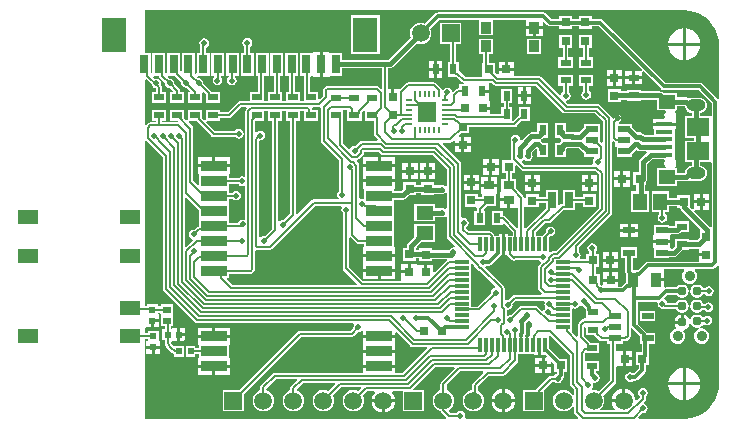
<source format=gtl>
G04*
G04 #@! TF.GenerationSoftware,Altium Limited,Altium Designer,19.0.14 (431)*
G04*
G04 Layer_Physical_Order=1*
G04 Layer_Color=255*
%FSAX25Y25*%
%MOIN*%
G70*
G01*
G75*
%ADD12C,0.01181*%
%ADD15C,0.00787*%
%ADD20R,0.03937X0.02362*%
%ADD21R,0.01968X0.02362*%
%ADD22R,0.02362X0.03543*%
%ADD23R,0.00787X0.01968*%
%ADD24R,0.01968X0.00787*%
%ADD26R,0.03150X0.03150*%
%ADD27R,0.03150X0.03150*%
%ADD28R,0.02441X0.02244*%
%ADD29R,0.02520X0.02362*%
%ADD30R,0.02244X0.02441*%
%ADD31R,0.07087X0.05118*%
%ADD32R,0.08661X0.03543*%
%ADD33R,0.08268X0.11811*%
%ADD34R,0.03150X0.06299*%
%ADD35R,0.03543X0.02362*%
%ADD36R,0.03543X0.05118*%
%ADD37R,0.05787X0.04685*%
%ADD38R,0.04685X0.05787*%
%ADD39R,0.03543X0.03937*%
%ADD40R,0.01181X0.04724*%
%ADD41R,0.04724X0.01181*%
%ADD42R,0.02953X0.05512*%
%ADD43R,0.03543X0.03150*%
%ADD45R,0.05512X0.04724*%
%ADD47R,0.05512X0.01575*%
%ADD82C,0.00800*%
%ADD83R,0.06063X0.06693*%
%ADD84C,0.03110*%
%ADD85R,0.07480X0.06102*%
%ADD86C,0.00700*%
%ADD87C,0.01500*%
%ADD88R,0.05906X0.05906*%
%ADD89C,0.05906*%
%ADD90C,0.03543*%
%ADD91O,0.06299X0.03937*%
%ADD92C,0.01968*%
G36*
X0454453Y0414752D02*
X0457224D01*
X0459996D01*
Y0415949D01*
X0460458Y0416140D01*
X0461610Y0414988D01*
X0461610Y0414988D01*
X0462004Y0414725D01*
X0462468Y0414633D01*
X0462468Y0414633D01*
X0465510D01*
Y0413770D01*
X0469860D01*
Y0414633D01*
X0472105D01*
Y0413770D01*
X0476454D01*
Y0414633D01*
X0478698D01*
X0493110Y0400220D01*
X0492903Y0399721D01*
X0492830Y0399721D01*
X0492830Y0399721D01*
X0492813Y0399721D01*
X0490921D01*
Y0398039D01*
X0493193D01*
X0493193Y0399341D01*
Y0399357D01*
Y0399357D01*
X0493193Y0399430D01*
X0493318Y0399482D01*
X0493693Y0399638D01*
X0499504Y0393827D01*
X0499504Y0393827D01*
X0499898Y0393564D01*
X0500362Y0393471D01*
X0500362Y0393471D01*
X0511966D01*
X0516382Y0389055D01*
Y0385087D01*
X0516218Y0384655D01*
X0512465D01*
Y0385722D01*
X0512940Y0385785D01*
X0513565Y0386044D01*
X0514102Y0386455D01*
X0514513Y0386992D01*
X0514772Y0387617D01*
X0514860Y0388287D01*
X0514772Y0388958D01*
X0514513Y0389583D01*
X0514102Y0390119D01*
X0513565Y0390531D01*
X0512940Y0390790D01*
X0512270Y0390878D01*
X0509907D01*
X0509237Y0390790D01*
X0508824Y0390619D01*
X0508495Y0390839D01*
X0507969Y0390943D01*
X0504899D01*
Y0392529D01*
X0500134D01*
X0500056Y0392607D01*
X0499609Y0392905D01*
X0499083Y0393010D01*
X0492793D01*
Y0393415D01*
X0488050D01*
Y0393010D01*
X0486147D01*
Y0393710D01*
X0481798D01*
Y0389361D01*
X0486147D01*
Y0390257D01*
X0488050D01*
Y0389853D01*
X0492793D01*
Y0390257D01*
X0498187D01*
Y0386605D01*
X0500763D01*
X0501031Y0386105D01*
X0500761Y0385701D01*
X0500607Y0384929D01*
X0500718Y0384374D01*
X0500395Y0383874D01*
X0496902D01*
Y0382587D01*
X0500658D01*
X0504413D01*
Y0383874D01*
X0504413Y0383874D01*
X0504477Y0384142D01*
X0504487Y0384157D01*
X0504641Y0384929D01*
X0504487Y0385701D01*
X0504217Y0386105D01*
X0504485Y0386605D01*
X0504899D01*
Y0388191D01*
X0507330D01*
X0507405Y0387617D01*
X0507664Y0386992D01*
X0508076Y0386455D01*
X0508612Y0386044D01*
X0509237Y0385785D01*
X0509712Y0385722D01*
Y0384655D01*
X0507538D01*
Y0377353D01*
X0510501D01*
Y0376584D01*
X0507538D01*
Y0369282D01*
X0509712D01*
Y0368215D01*
X0509237Y0368152D01*
X0508612Y0367893D01*
X0508076Y0367481D01*
X0507664Y0366945D01*
X0507405Y0366320D01*
X0507330Y0365746D01*
X0504899D01*
Y0367332D01*
X0504500D01*
X0504233Y0367832D01*
X0504487Y0368213D01*
X0504641Y0368984D01*
X0504487Y0369756D01*
X0504050Y0370410D01*
X0504048Y0370412D01*
X0504013Y0370463D01*
Y0373022D01*
Y0375581D01*
Y0380299D01*
X0504413D01*
Y0381587D01*
X0500658D01*
X0496902D01*
Y0380299D01*
X0497302D01*
Y0378315D01*
X0494043D01*
X0493462Y0378896D01*
X0493015Y0379195D01*
X0492488Y0379300D01*
X0491651D01*
X0489840Y0381110D01*
Y0382194D01*
X0485592D01*
X0485384Y0382695D01*
X0486024Y0383334D01*
X0486245Y0383665D01*
X0486323Y0384055D01*
X0486245Y0384445D01*
X0486024Y0384776D01*
X0485693Y0384997D01*
X0485303Y0385075D01*
X0484913Y0384997D01*
X0484582Y0384776D01*
X0483718Y0383912D01*
X0483232Y0384133D01*
X0483188Y0384353D01*
X0482978Y0384667D01*
X0479080Y0388565D01*
X0478766Y0388775D01*
X0478396Y0388848D01*
X0468492D01*
X0467906Y0389435D01*
X0468070Y0389977D01*
X0468402Y0390043D01*
X0468926Y0390393D01*
X0469276Y0390917D01*
X0469399Y0391535D01*
X0469276Y0392154D01*
X0468926Y0392678D01*
X0468752Y0392794D01*
Y0394872D01*
X0470057D01*
Y0398435D01*
X0465313D01*
Y0394872D01*
X0466815D01*
Y0392794D01*
X0466641Y0392678D01*
X0466291Y0392154D01*
X0466225Y0391822D01*
X0465683Y0391657D01*
X0459510Y0397831D01*
X0459195Y0398041D01*
X0458825Y0398114D01*
X0450476D01*
Y0399795D01*
X0447902D01*
Y0400295D01*
D01*
Y0399795D01*
X0445327D01*
Y0398791D01*
X0444865Y0398600D01*
X0444171Y0399293D01*
Y0402470D01*
X0442051D01*
Y0405384D01*
X0443454D01*
Y0410521D01*
X0438711D01*
Y0405384D01*
X0440114D01*
Y0402470D01*
X0439821D01*
Y0398120D01*
X0439446Y0397819D01*
X0434129D01*
X0432340Y0399608D01*
X0432064Y0399793D01*
Y0402667D01*
X0431252D01*
Y0408750D01*
X0432911D01*
Y0415856D01*
X0425806D01*
Y0408750D01*
X0429315D01*
Y0402667D01*
X0428502D01*
Y0397924D01*
X0431285D01*
X0433043Y0396165D01*
X0433358Y0395955D01*
X0433728Y0395882D01*
X0433724Y0395384D01*
X0432242D01*
Y0393980D01*
X0431760D01*
X0431389Y0393907D01*
X0431075Y0393697D01*
X0430284Y0392906D01*
X0429742Y0393071D01*
X0429709Y0393236D01*
X0429359Y0393760D01*
X0428835Y0394110D01*
X0428217Y0394233D01*
X0427598Y0394110D01*
X0427074Y0393760D01*
X0426937Y0393555D01*
X0426775Y0393541D01*
X0426404Y0393657D01*
X0426397Y0393695D01*
X0426177Y0394023D01*
X0424504Y0395697D01*
X0424175Y0395916D01*
X0423787Y0395993D01*
X0415126D01*
X0414738Y0395916D01*
X0414410Y0395697D01*
X0412429Y0393717D01*
X0410508D01*
Y0391142D01*
X0409508D01*
Y0393717D01*
X0408560D01*
Y0400624D01*
X0409055D01*
X0409582Y0400728D01*
X0410028Y0401027D01*
X0418016Y0409014D01*
X0418431Y0408842D01*
X0419358Y0408720D01*
X0420286Y0408842D01*
X0421150Y0409200D01*
X0421892Y0409769D01*
X0422462Y0410511D01*
X0422820Y0411376D01*
X0422942Y0412303D01*
X0422820Y0413231D01*
X0422580Y0413808D01*
X0425668Y0416896D01*
X0438242D01*
X0438711Y0416820D01*
X0438711Y0416396D01*
Y0411684D01*
X0443454D01*
X0443454Y0416820D01*
X0443923Y0416896D01*
X0454453D01*
Y0414752D01*
D02*
G37*
G36*
X0507344Y0420014D02*
X0507344Y0420014D01*
X0507344Y0420014D01*
X0509065Y0419878D01*
X0510834Y0419454D01*
X0512515Y0418758D01*
X0514066Y0417807D01*
X0515449Y0416626D01*
X0516630Y0415243D01*
X0517581Y0413692D01*
X0518277Y0412011D01*
X0518701Y0410243D01*
X0518837Y0408521D01*
X0518837Y0408521D01*
X0518837D01*
X0518841Y0408517D01*
Y0390713D01*
X0518788Y0390672D01*
X0518341Y0390529D01*
X0513327Y0395543D01*
X0512933Y0395807D01*
X0512468Y0395899D01*
X0512468Y0395899D01*
X0500865D01*
X0480059Y0416705D01*
X0479665Y0416968D01*
X0479201Y0417060D01*
X0479201Y0417060D01*
X0476454D01*
Y0418120D01*
X0472105D01*
Y0417060D01*
X0469860D01*
Y0418120D01*
X0465510D01*
Y0417060D01*
X0462971D01*
X0461063Y0418969D01*
X0460669Y0419232D01*
X0460205Y0419324D01*
X0460205Y0419324D01*
X0425165D01*
X0425165Y0419324D01*
X0424701Y0419232D01*
X0424307Y0418969D01*
X0424307Y0418968D01*
X0420863Y0415525D01*
X0420286Y0415765D01*
X0419358Y0415887D01*
X0418431Y0415765D01*
X0417567Y0415407D01*
X0416824Y0414837D01*
X0416255Y0414095D01*
X0415897Y0413231D01*
X0415775Y0412303D01*
X0415897Y0411376D01*
X0416069Y0410960D01*
X0408485Y0403376D01*
X0393309D01*
Y0405750D01*
X0389029Y0405750D01*
X0388787Y0406150D01*
X0388718Y0406150D01*
X0388718Y0406150D01*
X0386713D01*
Y0402000D01*
Y0397850D01*
X0388718D01*
X0388718Y0397850D01*
X0388787D01*
X0389029Y0398250D01*
X0389287Y0398250D01*
X0393309D01*
Y0400624D01*
X0406534D01*
Y0394035D01*
X0406034Y0393828D01*
X0405476Y0394386D01*
X0405162Y0394596D01*
X0404791Y0394669D01*
X0388174D01*
X0387803Y0394596D01*
X0387489Y0394386D01*
X0387079Y0393976D01*
X0386869Y0393661D01*
X0386795Y0393291D01*
Y0391444D01*
X0385676Y0390325D01*
X0385214Y0390517D01*
Y0392726D01*
X0382389D01*
Y0397897D01*
X0382743Y0398250D01*
X0383396Y0398250D01*
X0383638Y0397850D01*
X0383708Y0397850D01*
X0383708Y0397850D01*
X0385713D01*
Y0402000D01*
Y0406150D01*
X0383708D01*
X0383708Y0406150D01*
X0383638D01*
X0383396Y0405750D01*
X0383138Y0405750D01*
X0379117D01*
Y0398250D01*
X0380452D01*
Y0391776D01*
X0380471Y0391682D01*
Y0389769D01*
X0379210D01*
Y0392726D01*
X0377339D01*
Y0398250D01*
X0378545D01*
Y0405750D01*
X0374195D01*
Y0398250D01*
X0375401D01*
Y0392726D01*
X0374467D01*
Y0389769D01*
X0373206D01*
Y0392726D01*
X0372417D01*
Y0398250D01*
X0373624D01*
Y0405750D01*
X0369274D01*
Y0398250D01*
X0370480D01*
Y0392726D01*
X0368463D01*
Y0389769D01*
X0367202D01*
Y0391682D01*
X0367221Y0391776D01*
Y0398250D01*
X0368702D01*
Y0405750D01*
X0364353D01*
Y0398250D01*
X0365284D01*
Y0392726D01*
X0362459D01*
Y0389769D01*
X0359241D01*
X0358870Y0389695D01*
X0358556Y0389485D01*
X0355079Y0386008D01*
X0352537D01*
Y0386821D01*
X0347794D01*
Y0383556D01*
X0347294Y0383349D01*
X0346553Y0384090D01*
Y0384258D01*
X0346533Y0384357D01*
Y0386821D01*
X0341790D01*
Y0383556D01*
X0341290Y0383349D01*
X0340529Y0384110D01*
Y0386821D01*
X0335786D01*
Y0383258D01*
X0338206D01*
X0338304Y0383187D01*
X0338342Y0383114D01*
X0338039Y0382614D01*
X0333098D01*
Y0383258D01*
X0334450D01*
Y0386821D01*
X0329707D01*
Y0383258D01*
X0331059D01*
Y0382614D01*
X0329299D01*
X0328909Y0382537D01*
X0328578Y0382315D01*
X0327929Y0381666D01*
X0327700Y0381702D01*
X0327429Y0381846D01*
Y0396867D01*
X0327929Y0397074D01*
X0329732Y0395271D01*
X0329775Y0395051D01*
X0330125Y0394527D01*
X0330650Y0394177D01*
X0330870Y0394133D01*
X0331059Y0393944D01*
Y0392726D01*
X0329707D01*
Y0389164D01*
X0334450D01*
Y0392726D01*
X0333098D01*
Y0394366D01*
X0333021Y0394756D01*
X0332800Y0395087D01*
X0332773Y0395114D01*
X0332883Y0395669D01*
X0332760Y0396287D01*
X0332410Y0396812D01*
X0331886Y0397162D01*
X0331268Y0397285D01*
X0330713Y0397174D01*
X0330136Y0397750D01*
X0330344Y0398250D01*
X0332114D01*
Y0398233D01*
X0332191Y0397843D01*
X0332412Y0397512D01*
X0334110Y0395814D01*
X0334082Y0395669D01*
X0334205Y0395051D01*
X0334555Y0394527D01*
X0335079Y0394177D01*
X0335697Y0394054D01*
X0335841Y0394083D01*
X0336698Y0393226D01*
X0336491Y0392726D01*
X0335786D01*
Y0389164D01*
X0340529D01*
Y0392726D01*
X0339177D01*
Y0393209D01*
X0339099Y0393599D01*
X0338878Y0393930D01*
X0337283Y0395525D01*
X0337312Y0395669D01*
X0337189Y0396287D01*
X0336839Y0396812D01*
X0336315Y0397162D01*
X0335697Y0397285D01*
X0335552Y0397256D01*
X0335058Y0397750D01*
X0335265Y0398250D01*
X0337340D01*
X0337454Y0398081D01*
X0339560Y0395974D01*
X0339532Y0395830D01*
X0339655Y0395211D01*
X0340005Y0394687D01*
X0340529Y0394337D01*
X0341147Y0394214D01*
X0341291Y0394243D01*
X0342347Y0393188D01*
X0342155Y0392726D01*
X0341790D01*
Y0389164D01*
X0346533D01*
Y0392428D01*
X0347033Y0392635D01*
X0347774Y0391894D01*
Y0391726D01*
X0347794Y0391627D01*
Y0389164D01*
X0352537D01*
Y0392726D01*
X0349723D01*
X0349515Y0393038D01*
X0346929Y0395623D01*
X0346958Y0395768D01*
X0346835Y0396386D01*
X0346485Y0396910D01*
X0345961Y0397260D01*
X0345342Y0397383D01*
X0345257Y0397366D01*
X0344873Y0397750D01*
X0345080Y0398250D01*
X0349017D01*
Y0405750D01*
X0347811D01*
Y0407559D01*
X0347831Y0407563D01*
X0348355Y0407913D01*
X0348705Y0408437D01*
X0348828Y0409055D01*
X0348705Y0409673D01*
X0348355Y0410197D01*
X0347831Y0410547D01*
X0347213Y0410670D01*
X0346595Y0410547D01*
X0346070Y0410197D01*
X0345720Y0409673D01*
X0345597Y0409055D01*
X0345720Y0408437D01*
X0345874Y0408207D01*
Y0405750D01*
X0344668D01*
Y0399186D01*
X0344168Y0398919D01*
X0344096Y0398967D01*
Y0405750D01*
X0339746D01*
Y0399870D01*
X0339247Y0399603D01*
X0339194Y0399638D01*
Y0400825D01*
X0339175Y0400924D01*
Y0405750D01*
X0334825D01*
Y0399214D01*
X0334325Y0398946D01*
X0334254Y0398994D01*
Y0405750D01*
X0329904D01*
Y0399214D01*
X0329404Y0398946D01*
X0329332Y0398994D01*
Y0405750D01*
X0327429D01*
Y0420018D01*
X0507340Y0420018D01*
X0507344Y0420014D01*
D02*
G37*
G36*
X0385721Y0387822D02*
X0386092Y0387506D01*
X0386106Y0387477D01*
Y0376343D01*
X0386180Y0375972D01*
X0386390Y0375658D01*
X0392168Y0369880D01*
Y0359821D01*
X0391995Y0359705D01*
X0391644Y0359181D01*
X0391521Y0358563D01*
X0391644Y0357945D01*
X0391995Y0357421D01*
X0391836Y0356925D01*
X0383680D01*
X0383290Y0356848D01*
X0382959Y0356627D01*
X0378307Y0351975D01*
X0377807Y0352182D01*
Y0383258D01*
X0379210D01*
Y0386531D01*
X0380471D01*
Y0383258D01*
X0385214D01*
Y0386821D01*
X0383270D01*
Y0386860D01*
X0383196Y0387231D01*
X0383129Y0387331D01*
X0383389Y0387831D01*
X0385521D01*
X0385627Y0387853D01*
X0385721Y0387822D01*
D02*
G37*
G36*
X0361460Y0387369D02*
X0361257Y0387166D01*
X0361047Y0386852D01*
X0360974Y0386481D01*
Y0364717D01*
X0360624Y0364530D01*
X0360473Y0364495D01*
X0359909Y0364607D01*
X0359291Y0364485D01*
X0358767Y0364134D01*
X0358685Y0364012D01*
X0355372D01*
Y0365437D01*
X0355772D01*
Y0367709D01*
X0345110D01*
Y0365437D01*
X0345510D01*
Y0361868D01*
X0345048Y0361677D01*
X0343637Y0363088D01*
Y0380579D01*
X0343560Y0380969D01*
X0343339Y0381300D01*
X0341880Y0382758D01*
X0342088Y0383258D01*
X0344604D01*
X0344812Y0382947D01*
X0349641Y0378118D01*
X0349972Y0377897D01*
X0350362Y0377819D01*
X0357504D01*
X0357586Y0377696D01*
X0358110Y0377346D01*
X0358728Y0377223D01*
X0359347Y0377346D01*
X0359871Y0377696D01*
X0360221Y0378220D01*
X0360344Y0378839D01*
X0360221Y0379457D01*
X0359871Y0379981D01*
X0359347Y0380331D01*
X0358728Y0380454D01*
X0358110Y0380331D01*
X0357586Y0379981D01*
X0357504Y0379858D01*
X0350784D01*
X0347884Y0382758D01*
X0348092Y0383258D01*
X0352537D01*
Y0384071D01*
X0355480D01*
X0355851Y0384144D01*
X0356165Y0384354D01*
X0359642Y0387831D01*
X0361269D01*
X0361460Y0387369D01*
D02*
G37*
G36*
X0443725Y0395161D02*
X0444040Y0394951D01*
X0444410Y0394877D01*
X0457723D01*
X0466705Y0385895D01*
X0467019Y0385685D01*
X0467390Y0385611D01*
X0477456D01*
X0480024Y0383043D01*
Y0375995D01*
X0479562Y0375803D01*
X0479013Y0376352D01*
Y0378454D01*
X0479013Y0378454D01*
Y0378632D01*
X0479013D01*
X0479013Y0378954D01*
Y0382194D01*
X0473876D01*
Y0381110D01*
X0472066Y0379300D01*
X0470058D01*
X0469949Y0379321D01*
X0468148D01*
X0467721Y0379514D01*
X0467695Y0379647D01*
Y0382316D01*
X0464132D01*
Y0377573D01*
X0465648D01*
X0466221Y0377000D01*
X0466290Y0376873D01*
Y0376516D01*
X0466221Y0376389D01*
X0465648Y0375816D01*
X0464132D01*
Y0371073D01*
X0467695D01*
Y0373743D01*
X0467721Y0373876D01*
X0468148Y0374068D01*
X0468826D01*
X0468935Y0374047D01*
X0472066D01*
X0473876Y0372236D01*
Y0371152D01*
X0477134D01*
X0477286Y0370652D01*
X0477253Y0370630D01*
X0476903Y0370106D01*
X0476780Y0369488D01*
X0476880Y0368988D01*
X0476603Y0368488D01*
X0453929D01*
X0453129Y0369288D01*
X0453282Y0369842D01*
X0453694Y0370118D01*
X0453979D01*
X0454503Y0369767D01*
X0455121Y0369645D01*
X0455739Y0369767D01*
X0456263Y0370118D01*
X0456613Y0370642D01*
X0456736Y0371260D01*
X0456613Y0371878D01*
X0456497Y0372051D01*
Y0372640D01*
X0457710Y0373852D01*
X0457786Y0373856D01*
X0458053Y0373788D01*
X0458227Y0373662D01*
Y0371073D01*
X0461789D01*
Y0375816D01*
X0460173D01*
X0459640Y0376349D01*
X0459610Y0376658D01*
X0459657Y0376962D01*
X0459671Y0376972D01*
X0460273Y0377573D01*
X0461789D01*
Y0382316D01*
X0458227D01*
Y0379647D01*
X0458200Y0379514D01*
Y0379394D01*
X0458128Y0379321D01*
X0456320D01*
X0456320Y0379321D01*
X0455794Y0379217D01*
X0455347Y0378918D01*
X0455347Y0378918D01*
X0453023Y0376594D01*
X0452562Y0376840D01*
X0452568Y0376870D01*
X0452445Y0377488D01*
X0452095Y0378012D01*
X0451571Y0378362D01*
X0450953Y0378485D01*
X0450335Y0378362D01*
X0449811Y0378012D01*
X0449460Y0377488D01*
X0449337Y0376870D01*
X0449460Y0376252D01*
X0449649Y0375969D01*
Y0370459D01*
X0449233Y0369990D01*
X0446514D01*
Y0365640D01*
X0447669D01*
Y0363887D01*
X0446317D01*
Y0359538D01*
X0445917Y0359366D01*
Y0357291D01*
X0448689D01*
Y0356791D01*
X0449189D01*
Y0354217D01*
X0451461D01*
Y0354217D01*
X0451917Y0354112D01*
Y0347667D01*
X0451417Y0347460D01*
X0447504Y0351374D01*
X0447190Y0351584D01*
X0446819Y0351658D01*
X0446730D01*
Y0353061D01*
X0443168D01*
Y0348317D01*
X0446730D01*
Y0348755D01*
X0447192Y0348946D01*
X0450000Y0346138D01*
Y0344899D01*
X0448622D01*
Y0345299D01*
X0447532D01*
Y0341937D01*
Y0338575D01*
X0448096D01*
X0448105Y0338531D01*
X0448315Y0338216D01*
X0449717Y0336815D01*
X0450031Y0336605D01*
X0450401Y0336531D01*
X0450772Y0336605D01*
X0450813Y0336632D01*
X0458857D01*
X0458973Y0336459D01*
X0459368Y0336195D01*
X0459514Y0335634D01*
X0458845Y0334965D01*
X0458635Y0334651D01*
X0458561Y0334280D01*
Y0327376D01*
X0458635Y0327006D01*
X0458845Y0326692D01*
X0459796Y0325740D01*
X0459589Y0325240D01*
X0450764D01*
X0450374Y0325162D01*
X0450043Y0324941D01*
X0448538Y0323437D01*
X0448394Y0323466D01*
X0447862Y0323360D01*
X0447362Y0323622D01*
Y0327308D01*
X0447285Y0327698D01*
X0447063Y0328029D01*
X0440902Y0334190D01*
X0440999Y0334800D01*
X0441161Y0334908D01*
X0442209D01*
X0442209Y0334908D01*
X0442673Y0335001D01*
X0443067Y0335264D01*
X0445921Y0338118D01*
X0445921Y0338118D01*
X0446184Y0338512D01*
X0446197Y0338575D01*
X0446531D01*
Y0341937D01*
Y0345299D01*
X0445441D01*
Y0344899D01*
X0444017D01*
X0443989Y0345040D01*
X0443779Y0345354D01*
X0443150Y0345984D01*
X0442835Y0346194D01*
X0442464Y0346268D01*
X0435567D01*
X0434598Y0347236D01*
Y0347725D01*
X0434969Y0347972D01*
X0435319Y0348496D01*
X0435442Y0349114D01*
X0435319Y0349732D01*
X0434969Y0350256D01*
X0434445Y0350606D01*
X0433827Y0350729D01*
X0433362Y0350637D01*
X0432862Y0350931D01*
Y0368913D01*
X0432785Y0369304D01*
X0432563Y0369634D01*
X0426746Y0375452D01*
X0426937Y0375914D01*
X0429257D01*
X0429645Y0375991D01*
X0429974Y0376210D01*
X0430396Y0376633D01*
X0430858Y0376441D01*
Y0375697D01*
X0432933D01*
Y0377772D01*
X0432189D01*
X0431997Y0378234D01*
X0432691Y0378928D01*
X0435608D01*
Y0381172D01*
X0450658D01*
X0451045Y0381249D01*
X0451374Y0381469D01*
X0452947Y0383042D01*
X0453118D01*
X0453216Y0383061D01*
X0455687D01*
Y0387805D01*
X0452124D01*
Y0384981D01*
X0451811Y0384771D01*
X0450281Y0383242D01*
X0449781Y0383303D01*
Y0387805D01*
X0448969D01*
Y0389117D01*
X0449781D01*
Y0393860D01*
X0446219D01*
Y0389117D01*
X0447031D01*
Y0387805D01*
X0446219D01*
Y0385417D01*
X0442602D01*
Y0386803D01*
X0440028D01*
Y0387803D01*
X0442602D01*
Y0389878D01*
X0442443D01*
X0442110Y0390240D01*
X0442110Y0390378D01*
Y0392512D01*
X0439929D01*
Y0393512D01*
X0442110D01*
X0442110Y0395783D01*
X0442569Y0395882D01*
X0443004D01*
X0443725Y0395161D01*
D02*
G37*
G36*
X0394939Y0383160D02*
X0399683D01*
Y0385678D01*
X0399701Y0385772D01*
Y0385863D01*
X0400443Y0386605D01*
X0400943Y0386398D01*
Y0383160D01*
X0403667D01*
Y0378835D01*
X0403745Y0378445D01*
X0403966Y0378115D01*
X0405065Y0377015D01*
X0404874Y0376553D01*
X0399714D01*
X0399324Y0376475D01*
X0398993Y0376254D01*
X0397554Y0374815D01*
X0397409Y0374844D01*
X0396791Y0374721D01*
X0396267Y0374371D01*
X0396004Y0373977D01*
X0395443Y0373831D01*
X0393600Y0375674D01*
Y0384160D01*
X0393580Y0384258D01*
Y0386630D01*
X0394939D01*
Y0383160D01*
D02*
G37*
G36*
X0406108Y0372012D02*
X0406439Y0371791D01*
X0406829Y0371713D01*
X0423270D01*
X0428023Y0366960D01*
Y0361479D01*
X0427523Y0361327D01*
X0427489Y0361378D01*
X0426965Y0361729D01*
X0426346Y0361852D01*
X0425728Y0361729D01*
X0425555Y0361613D01*
X0423848D01*
Y0362675D01*
X0419498D01*
Y0361877D01*
X0417942D01*
Y0362675D01*
X0413593D01*
Y0360272D01*
X0412965Y0359644D01*
X0410490D01*
Y0360437D01*
X0410890D01*
Y0362709D01*
X0400228D01*
Y0360437D01*
X0400628D01*
Y0357488D01*
X0400128Y0357077D01*
X0399922Y0357118D01*
X0399456Y0357026D01*
X0398956Y0357319D01*
Y0368258D01*
X0398883Y0368629D01*
X0398673Y0368943D01*
X0397853Y0369763D01*
X0398045Y0370224D01*
X0398231D01*
X0398622Y0370302D01*
X0398952Y0370523D01*
X0400115Y0371686D01*
X0400336Y0372016D01*
X0400413Y0372406D01*
Y0372723D01*
X0405397D01*
X0406108Y0372012D01*
D02*
G37*
G36*
X0428023Y0358994D02*
Y0354143D01*
X0427523Y0353876D01*
X0427260Y0354051D01*
X0426642Y0354174D01*
X0426024Y0354051D01*
X0425880Y0353955D01*
X0424230D01*
Y0355521D01*
X0417242D01*
Y0349636D01*
X0424230D01*
Y0351202D01*
X0425821D01*
X0426024Y0351067D01*
X0426642Y0350944D01*
X0427260Y0351067D01*
X0427523Y0351242D01*
X0428023Y0350975D01*
Y0344608D01*
X0428100Y0344218D01*
X0428322Y0343887D01*
X0430820Y0341388D01*
X0430574Y0340928D01*
X0430283Y0340985D01*
X0429665Y0340862D01*
X0429141Y0340512D01*
X0428791Y0339988D01*
X0428785Y0339959D01*
X0423206D01*
Y0340757D01*
X0418857D01*
Y0340058D01*
X0417695D01*
Y0340856D01*
X0417695Y0340856D01*
X0417695D01*
X0418029Y0341193D01*
X0419566Y0342729D01*
X0419566Y0342729D01*
X0419682Y0342904D01*
X0424230D01*
Y0348789D01*
X0417242D01*
Y0344387D01*
X0417221Y0344278D01*
X0415238Y0342295D01*
X0414939Y0341848D01*
X0414835Y0341321D01*
Y0340856D01*
X0413345D01*
Y0336506D01*
X0417695D01*
Y0337305D01*
X0418857D01*
Y0336408D01*
X0423206D01*
Y0337206D01*
X0428008D01*
X0428157Y0336899D01*
X0428183Y0336706D01*
X0424068Y0332592D01*
X0423606Y0332783D01*
Y0335252D01*
X0421531D01*
Y0332677D01*
X0420532D01*
Y0335252D01*
X0418554D01*
X0418094Y0335350D01*
X0417998Y0335350D01*
X0416020D01*
Y0332776D01*
X0415520D01*
Y0332276D01*
X0412945D01*
Y0330260D01*
X0412945Y0330201D01*
X0412803Y0329760D01*
X0400194D01*
X0395580Y0334374D01*
Y0344065D01*
X0396080Y0344273D01*
X0397865Y0342488D01*
X0398196Y0342267D01*
X0398586Y0342189D01*
X0400628D01*
Y0340980D01*
X0400268D01*
Y0338709D01*
X0410929D01*
Y0340980D01*
X0410490D01*
Y0345580D01*
X0410490D01*
Y0345837D01*
X0410490D01*
Y0350580D01*
X0410490D01*
Y0350837D01*
X0410490D01*
Y0355337D01*
X0410490Y0355580D01*
X0410490D01*
Y0355837D01*
X0410490D01*
Y0356891D01*
X0413535D01*
X0414062Y0356996D01*
X0414509Y0357294D01*
X0415540Y0358325D01*
X0417942D01*
Y0359124D01*
X0419498D01*
Y0358325D01*
X0423848D01*
Y0358860D01*
X0425555D01*
X0425728Y0358744D01*
X0426346Y0358621D01*
X0426965Y0358744D01*
X0427489Y0359094D01*
X0427523Y0359145D01*
X0428023Y0358994D01*
D02*
G37*
G36*
X0358767Y0361850D02*
X0359291Y0361500D01*
X0359909Y0361377D01*
X0360473Y0361489D01*
X0360624Y0361454D01*
X0360974Y0361267D01*
Y0350438D01*
X0360473Y0350145D01*
X0360008Y0350237D01*
X0359390Y0350114D01*
X0358866Y0349764D01*
X0358516Y0349240D01*
X0358503Y0349177D01*
X0355372D01*
Y0350580D01*
X0355372D01*
Y0350837D01*
X0355372D01*
Y0355337D01*
X0355372Y0355580D01*
X0355372D01*
Y0355837D01*
X0355372D01*
Y0357240D01*
X0356405D01*
X0356612Y0357199D01*
X0356700Y0357066D01*
X0357224Y0356716D01*
X0357842Y0356593D01*
X0358461Y0356716D01*
X0358985Y0357066D01*
X0359335Y0357591D01*
X0359458Y0358209D01*
X0359335Y0358827D01*
X0358985Y0359351D01*
X0358461Y0359701D01*
X0357842Y0359824D01*
X0357224Y0359701D01*
X0356700Y0359351D01*
X0356612Y0359218D01*
X0356405Y0359177D01*
X0355372D01*
Y0360337D01*
X0355372Y0360580D01*
X0355372D01*
Y0360837D01*
X0355372D01*
Y0361972D01*
X0358685D01*
X0358767Y0361850D01*
D02*
G37*
G36*
X0452843Y0366835D02*
X0453157Y0366625D01*
X0453527Y0366551D01*
X0477520D01*
X0478724Y0365347D01*
Y0354039D01*
X0464526Y0339841D01*
X0463422D01*
X0463052Y0339767D01*
X0462737Y0339557D01*
X0462502Y0339321D01*
X0462002Y0339528D01*
Y0344163D01*
X0462513Y0344675D01*
X0462665Y0344645D01*
X0463283Y0344767D01*
X0463807Y0345118D01*
X0464158Y0345642D01*
X0464281Y0346260D01*
X0464158Y0346878D01*
X0463807Y0347402D01*
X0463283Y0347752D01*
X0462665Y0347875D01*
X0462047Y0347752D01*
X0461523Y0347402D01*
X0461173Y0346878D01*
X0461050Y0346260D01*
X0461080Y0346108D01*
X0460095Y0345122D01*
X0459946Y0344899D01*
X0457894D01*
Y0345842D01*
X0460977Y0348925D01*
X0462079D01*
X0462469Y0349003D01*
X0462800Y0349224D01*
X0466924Y0353349D01*
X0470915D01*
Y0355685D01*
X0473455D01*
Y0354284D01*
X0477804D01*
Y0358634D01*
X0473455D01*
Y0357724D01*
X0470915D01*
Y0360061D01*
X0466762D01*
Y0355559D01*
X0466674D01*
X0466283Y0355482D01*
X0465953Y0355261D01*
X0465668Y0354976D01*
X0465206Y0355168D01*
Y0360061D01*
X0461053D01*
Y0357724D01*
X0458804D01*
Y0358633D01*
X0454455D01*
Y0357469D01*
X0453957Y0357465D01*
X0453879Y0357855D01*
X0453658Y0358186D01*
X0451061Y0360783D01*
Y0363887D01*
X0449709D01*
Y0365640D01*
X0450864D01*
Y0368160D01*
X0451326Y0368352D01*
X0452843Y0366835D01*
D02*
G37*
G36*
X0483851Y0376191D02*
X0484182Y0375971D01*
X0484303Y0375946D01*
Y0374492D01*
X0484703D01*
Y0371152D01*
X0489840D01*
Y0372236D01*
X0491005Y0373402D01*
X0491464Y0373466D01*
X0491910Y0373167D01*
X0492437Y0373062D01*
X0492437Y0373062D01*
X0494567D01*
X0494774Y0372563D01*
X0492582Y0370370D01*
X0492283Y0369924D01*
X0492179Y0369397D01*
Y0365954D01*
X0490215D01*
Y0361605D01*
X0491309D01*
Y0359596D01*
X0489624D01*
Y0352609D01*
X0495509D01*
Y0359596D01*
X0494062D01*
Y0361605D01*
X0494565D01*
Y0362986D01*
X0494827Y0363379D01*
X0494932Y0363906D01*
Y0368827D01*
X0496579Y0370474D01*
X0497302D01*
Y0370463D01*
X0500632D01*
X0500899Y0369963D01*
X0500761Y0369756D01*
X0500607Y0368984D01*
X0500761Y0368213D01*
X0501015Y0367832D01*
X0500748Y0367332D01*
X0498187D01*
Y0361408D01*
X0504899D01*
Y0362994D01*
X0507969D01*
X0508495Y0363098D01*
X0508824Y0363318D01*
X0509237Y0363147D01*
X0509907Y0363059D01*
X0512270D01*
X0512940Y0363147D01*
X0513565Y0363406D01*
X0514102Y0363818D01*
X0514513Y0364354D01*
X0514772Y0364979D01*
X0514860Y0365650D01*
X0514772Y0366320D01*
X0514513Y0366945D01*
X0514102Y0367481D01*
X0513565Y0367893D01*
X0512940Y0368152D01*
X0512465Y0368215D01*
Y0369282D01*
X0516218D01*
X0516382Y0368850D01*
Y0347744D01*
X0515882Y0347592D01*
X0515804Y0347709D01*
X0510486Y0353028D01*
X0510693Y0353528D01*
X0510732Y0353528D01*
X0510732Y0353528D01*
X0510758Y0353528D01*
X0512461D01*
Y0355602D01*
X0510386D01*
X0510386Y0353900D01*
Y0353874D01*
D01*
X0510386Y0353835D01*
X0510307Y0353802D01*
X0509886Y0353628D01*
X0509230Y0354284D01*
Y0358277D01*
X0504880D01*
Y0357479D01*
X0502242D01*
Y0359596D01*
X0496357D01*
Y0352609D01*
X0498955D01*
Y0352016D01*
X0498826Y0351930D01*
X0498476Y0351406D01*
X0498353Y0350787D01*
X0498476Y0350169D01*
X0498826Y0349645D01*
X0499350Y0349295D01*
X0499968Y0349172D01*
X0500587Y0349295D01*
X0501111Y0349645D01*
X0501461Y0350169D01*
X0501584Y0350787D01*
X0501461Y0351406D01*
X0501111Y0351930D01*
X0500982Y0352016D01*
Y0352609D01*
X0502242D01*
Y0354726D01*
X0504880D01*
Y0353928D01*
X0505822D01*
X0506082Y0353538D01*
X0512634Y0346987D01*
X0512459Y0346565D01*
X0512459D01*
Y0344162D01*
X0511603Y0343306D01*
X0508836D01*
Y0343710D01*
X0504093D01*
Y0341631D01*
X0504066Y0341498D01*
Y0341478D01*
X0503138Y0340550D01*
X0503066D01*
X0502642Y0340732D01*
Y0342413D01*
X0499673D01*
X0496705D01*
Y0340732D01*
X0497105D01*
Y0337392D01*
X0502242D01*
Y0337797D01*
X0503709D01*
X0504235Y0337902D01*
X0504682Y0338200D01*
X0506416Y0339934D01*
X0506416Y0339934D01*
X0506559Y0340148D01*
X0508836D01*
Y0340553D01*
X0512059D01*
Y0338984D01*
X0514634D01*
Y0337984D01*
X0512059D01*
Y0336155D01*
X0495047D01*
X0494583Y0336062D01*
X0494189Y0335799D01*
X0494189Y0335799D01*
X0491690Y0333300D01*
X0491405D01*
X0491288Y0333277D01*
X0490060D01*
Y0337392D01*
X0491415D01*
Y0340954D01*
X0486278D01*
Y0337392D01*
X0487633D01*
Y0332779D01*
X0487633Y0332779D01*
X0487725Y0332314D01*
X0487829Y0332158D01*
Y0331299D01*
X0487829Y0331299D01*
X0487853Y0331182D01*
Y0329283D01*
X0487791Y0329271D01*
X0487397Y0329008D01*
X0487397Y0329008D01*
X0486277Y0327887D01*
X0485319D01*
Y0329520D01*
X0482744D01*
X0480169D01*
Y0328619D01*
X0479669Y0328235D01*
X0479398Y0328289D01*
X0479033Y0328672D01*
Y0328839D01*
X0479013Y0328937D01*
Y0332194D01*
X0477753D01*
Y0334556D01*
X0478915D01*
Y0338906D01*
X0477753D01*
Y0339609D01*
X0478036Y0340032D01*
X0478159Y0340650D01*
X0478036Y0341268D01*
X0477685Y0341792D01*
X0477161Y0342142D01*
X0476543Y0342265D01*
X0475925Y0342142D01*
X0475401Y0341792D01*
X0475051Y0341268D01*
X0474928Y0340650D01*
X0475051Y0340032D01*
X0475401Y0339507D01*
X0475553Y0339406D01*
X0475402Y0338906D01*
X0474565D01*
Y0337045D01*
X0472806D01*
X0472539Y0337545D01*
X0472622Y0337669D01*
X0472745Y0338287D01*
X0472622Y0338906D01*
X0472272Y0339430D01*
X0472098Y0339546D01*
Y0340997D01*
X0482978Y0351876D01*
X0483188Y0352190D01*
X0483261Y0352561D01*
Y0376128D01*
X0483723Y0376319D01*
X0483851Y0376191D01*
D02*
G37*
G36*
X0374467Y0383258D02*
X0375870D01*
Y0352271D01*
X0373697Y0350098D01*
X0373492Y0350139D01*
X0372874Y0350016D01*
X0372350Y0349666D01*
X0372303Y0349596D01*
X0371803Y0349748D01*
Y0383258D01*
X0373206D01*
Y0386531D01*
X0374467D01*
Y0383258D01*
D02*
G37*
G36*
X0461048Y0355642D02*
Y0353860D01*
X0454457Y0347269D01*
X0453957Y0347476D01*
Y0354279D01*
X0454455Y0354283D01*
Y0354283D01*
X0458804D01*
Y0355685D01*
X0460568D01*
X0461048Y0355642D01*
D02*
G37*
G36*
X0345510Y0353508D02*
Y0350837D01*
X0345510D01*
Y0350580D01*
X0345510D01*
Y0347954D01*
X0345477D01*
X0345107Y0347880D01*
X0344792Y0347670D01*
X0343972Y0346850D01*
X0343768Y0346891D01*
X0343150Y0346768D01*
X0342625Y0346418D01*
X0342275Y0345894D01*
X0342152Y0345276D01*
X0342275Y0344657D01*
X0342625Y0344133D01*
X0343150Y0343783D01*
X0343238Y0343766D01*
X0343383Y0343287D01*
X0341298Y0341203D01*
X0340836Y0341394D01*
Y0357529D01*
X0341298Y0357720D01*
X0345510Y0353508D01*
D02*
G37*
G36*
X0368463Y0383258D02*
X0369866D01*
Y0347153D01*
X0367496Y0344783D01*
X0367291Y0344824D01*
X0366673Y0344701D01*
X0366149Y0344351D01*
X0366112Y0344295D01*
X0365612Y0344446D01*
Y0376211D01*
X0365913Y0376633D01*
X0366531Y0376756D01*
X0367056Y0377106D01*
X0367406Y0377630D01*
X0367529Y0378248D01*
X0367406Y0378866D01*
X0367056Y0379390D01*
X0366531Y0379740D01*
X0365913Y0379863D01*
X0365295Y0379740D01*
X0364771Y0379390D01*
X0364711Y0379300D01*
X0364211Y0379451D01*
Y0383070D01*
X0364399Y0383258D01*
X0367202D01*
Y0386531D01*
X0368463D01*
Y0383258D01*
D02*
G37*
G36*
X0393216Y0354386D02*
X0393068Y0354165D01*
X0392945Y0353547D01*
X0393068Y0352929D01*
X0393418Y0352405D01*
X0393541Y0352323D01*
Y0333951D01*
X0393619Y0333561D01*
X0393840Y0333230D01*
X0398249Y0328821D01*
X0398058Y0328359D01*
X0356661D01*
X0354644Y0330375D01*
X0354836Y0330837D01*
X0355372D01*
Y0332240D01*
X0362661D01*
X0363032Y0332314D01*
X0363346Y0332524D01*
X0363927Y0333105D01*
X0364137Y0333419D01*
X0364211Y0333790D01*
Y0339879D01*
X0364711Y0340228D01*
X0364829Y0340205D01*
X0368999D01*
X0369389Y0340282D01*
X0369720Y0340504D01*
X0384103Y0354886D01*
X0392949D01*
X0393216Y0354386D01*
D02*
G37*
G36*
X0518788Y0334918D02*
X0518841Y0334877D01*
Y0295349D01*
X0518837Y0295345D01*
X0518837Y0295345D01*
X0518837Y0295345D01*
X0518701Y0293624D01*
X0518277Y0291855D01*
X0517581Y0290174D01*
X0516630Y0288623D01*
X0515449Y0287240D01*
X0514066Y0286059D01*
X0512515Y0285108D01*
X0510834Y0284412D01*
X0509065Y0283988D01*
X0507344Y0283852D01*
X0507344Y0283852D01*
Y0283852D01*
X0507340Y0283848D01*
X0492112D01*
X0491921Y0284310D01*
X0493328Y0285717D01*
X0493472Y0285688D01*
X0494091Y0285811D01*
X0494615Y0286161D01*
X0494965Y0286685D01*
X0495088Y0287303D01*
X0494965Y0287921D01*
X0494615Y0288445D01*
X0494091Y0288795D01*
X0493903Y0288833D01*
X0493739Y0289375D01*
X0494193Y0289830D01*
X0494414Y0290161D01*
X0494492Y0290551D01*
Y0291296D01*
X0494615Y0291377D01*
X0494965Y0291901D01*
X0495088Y0292520D01*
X0494965Y0293138D01*
X0494615Y0293662D01*
X0494091Y0294012D01*
X0493472Y0294135D01*
X0492854Y0294012D01*
X0492330Y0293662D01*
X0491980Y0293138D01*
X0491857Y0292520D01*
X0491980Y0291901D01*
X0492330Y0291377D01*
X0492329Y0290849D01*
X0491470Y0289991D01*
X0490942Y0290170D01*
X0490847Y0290894D01*
X0490449Y0291856D01*
X0489815Y0292681D01*
X0488989Y0293315D01*
X0488028Y0293713D01*
X0487496Y0293783D01*
Y0289862D01*
X0486996D01*
Y0289362D01*
X0483075D01*
X0483145Y0288830D01*
X0483543Y0287869D01*
X0484093Y0287152D01*
X0483931Y0286652D01*
X0479470D01*
X0479300Y0287152D01*
X0479530Y0287328D01*
X0480099Y0288071D01*
X0480457Y0288935D01*
X0480580Y0289862D01*
X0480457Y0290790D01*
X0480137Y0291562D01*
X0484351Y0295775D01*
X0484572Y0296106D01*
X0484650Y0296496D01*
Y0300824D01*
X0484795Y0301264D01*
X0485149Y0301264D01*
X0486870D01*
Y0303839D01*
Y0306413D01*
X0484795Y0306413D01*
X0484650Y0306853D01*
Y0308849D01*
X0486789D01*
Y0309610D01*
X0487468D01*
X0487859Y0309688D01*
X0488190Y0309909D01*
X0489075Y0310795D01*
X0489296Y0311126D01*
X0489374Y0311516D01*
Y0313898D01*
X0489488Y0313979D01*
X0489874Y0314087D01*
X0492455Y0311505D01*
Y0311221D01*
X0492455Y0311221D01*
X0492479Y0311103D01*
Y0308849D01*
X0493046D01*
Y0306013D01*
X0491101D01*
Y0301664D01*
X0492062D01*
Y0300604D01*
X0490408Y0298950D01*
X0490177D01*
X0489760Y0299229D01*
X0489142Y0299352D01*
X0488524Y0299229D01*
X0487999Y0298878D01*
X0487649Y0298354D01*
X0487526Y0297736D01*
X0487649Y0297118D01*
X0487999Y0296594D01*
X0488524Y0296244D01*
X0489142Y0296121D01*
X0489760Y0296244D01*
X0490177Y0296522D01*
X0490910D01*
X0490910Y0296522D01*
X0491375Y0296615D01*
X0491769Y0296878D01*
X0494134Y0299243D01*
X0494397Y0299637D01*
X0494489Y0300101D01*
X0494489Y0300101D01*
Y0301664D01*
X0495450D01*
Y0304706D01*
X0495474Y0304823D01*
X0495474Y0304823D01*
Y0308849D01*
X0497616D01*
Y0312411D01*
X0494803D01*
X0494791Y0312472D01*
X0494528Y0312866D01*
X0494528Y0312866D01*
X0491848Y0315546D01*
Y0322802D01*
X0497972D01*
X0498382Y0322302D01*
X0498353Y0322158D01*
X0498476Y0321539D01*
X0498826Y0321015D01*
X0499350Y0320665D01*
X0499968Y0320542D01*
X0500215Y0320591D01*
X0500377Y0320483D01*
X0500748Y0320409D01*
X0504555D01*
X0504946Y0319824D01*
X0505659Y0319348D01*
X0506500Y0319181D01*
X0507341Y0319348D01*
X0508054Y0319824D01*
X0508530Y0320537D01*
X0508697Y0321378D01*
X0508530Y0322219D01*
X0508054Y0322932D01*
X0507341Y0323408D01*
X0506500Y0323575D01*
X0505659Y0323408D01*
X0504946Y0322932D01*
X0504555Y0322347D01*
X0501546D01*
X0501461Y0322776D01*
X0501111Y0323300D01*
X0500720Y0323561D01*
X0500575Y0324123D01*
X0501616Y0325164D01*
X0504719D01*
X0504946Y0324824D01*
X0505659Y0324348D01*
X0506500Y0324181D01*
X0507341Y0324348D01*
X0508054Y0324824D01*
X0508530Y0325537D01*
X0508697Y0326378D01*
X0508530Y0327219D01*
X0508054Y0327932D01*
X0507341Y0328408D01*
X0506500Y0328575D01*
X0505659Y0328408D01*
X0504946Y0327932D01*
X0504719Y0327592D01*
X0501113D01*
X0501113Y0327592D01*
X0500976Y0327565D01*
X0500476Y0327940D01*
Y0329618D01*
X0497705D01*
Y0330618D01*
X0500476D01*
Y0333677D01*
X0500956Y0333727D01*
X0507037D01*
X0507207Y0333227D01*
X0507175Y0333203D01*
X0506765Y0332668D01*
X0506507Y0332046D01*
X0506419Y0331378D01*
X0506507Y0330710D01*
X0506765Y0330088D01*
X0507175Y0329553D01*
X0507710Y0329143D01*
X0508332Y0328885D01*
X0509000Y0328797D01*
X0509668Y0328885D01*
X0510290Y0329143D01*
X0510825Y0329553D01*
X0511235Y0330088D01*
X0511493Y0330710D01*
X0511581Y0331378D01*
X0511493Y0332046D01*
X0511235Y0332668D01*
X0510825Y0333203D01*
X0510793Y0333227D01*
X0510963Y0333727D01*
X0516504D01*
X0516504Y0333727D01*
X0516968Y0333820D01*
X0517362Y0334083D01*
X0518341Y0335061D01*
X0518788Y0334918D01*
D02*
G37*
G36*
X0437175Y0335033D02*
X0437200Y0334910D01*
X0437421Y0334579D01*
X0438583Y0333417D01*
X0438914Y0333196D01*
X0439037Y0333171D01*
X0444224Y0327984D01*
X0444060Y0327442D01*
X0443740Y0327378D01*
X0443216Y0327028D01*
X0442866Y0326504D01*
X0442743Y0325886D01*
X0442784Y0325681D01*
X0438355Y0321252D01*
X0436214D01*
Y0323030D01*
Y0326967D01*
Y0330904D01*
Y0335341D01*
X0436676Y0335532D01*
X0437175Y0335033D01*
D02*
G37*
G36*
X0473071Y0321441D02*
X0473562Y0321343D01*
X0474444Y0320462D01*
Y0320079D01*
X0474444Y0320079D01*
X0474467Y0319961D01*
Y0317707D01*
X0474467D01*
X0474340Y0317260D01*
X0473856D01*
X0473466Y0317182D01*
X0473135Y0316961D01*
X0472082Y0315908D01*
X0471861Y0315578D01*
X0471784Y0315187D01*
Y0311460D01*
X0471284Y0311253D01*
X0469815Y0312721D01*
X0469679Y0313187D01*
X0469679D01*
X0469679Y0313187D01*
Y0317124D01*
Y0320411D01*
X0470179Y0320679D01*
X0470217Y0320653D01*
X0470835Y0320530D01*
X0471453Y0320653D01*
X0471977Y0321004D01*
X0472260Y0321427D01*
X0472340Y0321529D01*
X0472849Y0321589D01*
X0473071Y0321441D01*
D02*
G37*
G36*
X0460869Y0322701D02*
X0460779Y0322567D01*
X0460656Y0321949D01*
X0460779Y0321331D01*
X0460917Y0321125D01*
X0460796Y0320474D01*
X0460736Y0320433D01*
X0460473Y0320040D01*
X0459911Y0319894D01*
X0458612Y0321193D01*
X0458281Y0321414D01*
X0457891Y0321492D01*
X0452928D01*
X0452537Y0321414D01*
X0452207Y0321193D01*
X0449334Y0318320D01*
X0449189Y0318349D01*
X0448650Y0318242D01*
X0448149Y0318475D01*
Y0320035D01*
X0448394Y0320235D01*
X0449012Y0320358D01*
X0449536Y0320708D01*
X0449886Y0321232D01*
X0450009Y0321850D01*
X0449980Y0321995D01*
X0451186Y0323201D01*
X0460602D01*
X0460869Y0322701D01*
D02*
G37*
G36*
X0333498Y0370934D02*
Y0327172D01*
X0333576Y0326782D01*
X0333797Y0326452D01*
X0344265Y0315983D01*
X0344596Y0315762D01*
X0344986Y0315684D01*
X0396929D01*
X0397197Y0315184D01*
X0397000Y0314890D01*
X0396877Y0314272D01*
X0396907Y0314120D01*
X0396034Y0313246D01*
X0379288D01*
X0378900Y0313169D01*
X0378572Y0312949D01*
X0359037Y0293415D01*
X0353364D01*
Y0286310D01*
X0360470D01*
Y0291982D01*
X0379708Y0311220D01*
X0396453D01*
X0396841Y0311297D01*
X0397170Y0311517D01*
X0398340Y0312687D01*
X0398492Y0312656D01*
X0399110Y0312779D01*
X0399634Y0313129D01*
X0399728Y0313270D01*
X0400228Y0313119D01*
Y0311779D01*
X0410890D01*
Y0312563D01*
X0411352Y0312754D01*
X0415990Y0308115D01*
X0416321Y0307894D01*
X0416711Y0307817D01*
X0421438D01*
X0421629Y0307355D01*
X0413522Y0299248D01*
X0410890D01*
Y0300780D01*
X0400228D01*
Y0299248D01*
X0370835D01*
X0370444Y0299170D01*
X0370114Y0298949D01*
X0366196Y0295032D01*
X0365975Y0294701D01*
X0365898Y0294311D01*
Y0293285D01*
X0365126Y0292966D01*
X0364383Y0292396D01*
X0363814Y0291654D01*
X0363456Y0290790D01*
X0363334Y0289862D01*
X0363456Y0288935D01*
X0363814Y0288071D01*
X0364383Y0287328D01*
X0365126Y0286759D01*
X0365990Y0286401D01*
X0366917Y0286279D01*
X0367845Y0286401D01*
X0368709Y0286759D01*
X0369451Y0287328D01*
X0370021Y0288071D01*
X0370379Y0288935D01*
X0370501Y0289862D01*
X0370379Y0290790D01*
X0370021Y0291654D01*
X0369451Y0292396D01*
X0368709Y0292966D01*
X0367937Y0293285D01*
Y0293889D01*
X0371257Y0297209D01*
X0378064D01*
X0378255Y0296747D01*
X0376201Y0294693D01*
X0375981Y0294364D01*
X0375904Y0293976D01*
Y0293288D01*
X0375126Y0292966D01*
X0374383Y0292396D01*
X0373814Y0291654D01*
X0373456Y0290790D01*
X0373334Y0289862D01*
X0373456Y0288935D01*
X0373814Y0288071D01*
X0374383Y0287328D01*
X0375126Y0286759D01*
X0375990Y0286401D01*
X0376917Y0286279D01*
X0377845Y0286401D01*
X0378709Y0286759D01*
X0379451Y0287328D01*
X0380021Y0288071D01*
X0380379Y0288935D01*
X0380501Y0289862D01*
X0380379Y0290790D01*
X0380021Y0291654D01*
X0379451Y0292396D01*
X0378709Y0292966D01*
X0378210Y0293172D01*
X0378123Y0293749D01*
X0380195Y0295821D01*
X0390790D01*
X0390982Y0295359D01*
X0388623Y0293001D01*
X0387845Y0293323D01*
X0386917Y0293446D01*
X0385990Y0293323D01*
X0385126Y0292966D01*
X0384383Y0292396D01*
X0383814Y0291654D01*
X0383456Y0290790D01*
X0383334Y0289862D01*
X0383456Y0288935D01*
X0383814Y0288071D01*
X0384383Y0287328D01*
X0385126Y0286759D01*
X0385990Y0286401D01*
X0386917Y0286279D01*
X0387845Y0286401D01*
X0388709Y0286759D01*
X0389451Y0287328D01*
X0390021Y0288071D01*
X0390379Y0288935D01*
X0390501Y0289862D01*
X0390379Y0290790D01*
X0390056Y0291568D01*
X0392922Y0294434D01*
X0399403D01*
X0399594Y0293972D01*
X0398623Y0293001D01*
X0397845Y0293323D01*
X0396917Y0293446D01*
X0395990Y0293323D01*
X0395126Y0292966D01*
X0394384Y0292396D01*
X0393814Y0291654D01*
X0393456Y0290790D01*
X0393334Y0289862D01*
X0393456Y0288935D01*
X0393814Y0288071D01*
X0394384Y0287328D01*
X0395126Y0286759D01*
X0395990Y0286401D01*
X0396917Y0286279D01*
X0397845Y0286401D01*
X0398709Y0286759D01*
X0399451Y0287328D01*
X0400021Y0288071D01*
X0400379Y0288935D01*
X0400501Y0289862D01*
X0400379Y0290790D01*
X0400056Y0291568D01*
X0401535Y0293047D01*
X0403807D01*
X0403995Y0292547D01*
X0403465Y0291856D01*
X0403066Y0290894D01*
X0402996Y0290362D01*
X0410838D01*
X0410768Y0290894D01*
X0410370Y0291856D01*
X0409840Y0292547D01*
X0410028Y0293047D01*
X0413424D01*
Y0286310D01*
X0420529D01*
Y0293415D01*
X0417113D01*
X0416921Y0293877D01*
X0424079Y0301035D01*
X0430503D01*
X0430694Y0300573D01*
X0426255Y0296134D01*
X0426034Y0295804D01*
X0425957Y0295413D01*
Y0293285D01*
X0425185Y0292966D01*
X0424442Y0292396D01*
X0423873Y0291654D01*
X0423515Y0290790D01*
X0423393Y0289862D01*
X0423515Y0288935D01*
X0423873Y0288071D01*
X0424442Y0287328D01*
X0425185Y0286759D01*
X0426029Y0286409D01*
X0426034Y0286384D01*
X0426255Y0286053D01*
X0427961Y0284348D01*
X0427753Y0283848D01*
X0327429D01*
Y0310398D01*
X0328365D01*
Y0309720D01*
X0327965D01*
Y0308099D01*
X0330185D01*
X0332405D01*
Y0309720D01*
X0332006D01*
Y0313021D01*
X0328365D01*
Y0312437D01*
X0327429D01*
Y0314073D01*
X0327768Y0314433D01*
X0329488D01*
Y0316555D01*
X0329988D01*
Y0317055D01*
X0332209D01*
Y0318677D01*
X0331809D01*
Y0319236D01*
X0332598D01*
X0332951Y0318883D01*
X0332951Y0318424D01*
X0332951Y0317924D01*
Y0314644D01*
X0334028D01*
Y0313730D01*
X0333325D01*
Y0310089D01*
X0333543D01*
X0334007Y0310000D01*
X0334168Y0308773D01*
X0334642Y0307629D01*
X0335395Y0306647D01*
X0336377Y0305894D01*
X0337164Y0305568D01*
Y0304518D01*
X0340332D01*
Y0308080D01*
X0337164D01*
X0337164Y0308080D01*
X0336739Y0308263D01*
X0336433Y0308663D01*
X0336241Y0309127D01*
X0336462Y0309665D01*
X0336626Y0309689D01*
Y0309689D01*
X0338248D01*
Y0311909D01*
Y0314130D01*
X0336626D01*
Y0313730D01*
X0336067D01*
Y0314644D01*
X0336671D01*
Y0317924D01*
X0336671Y0318206D01*
X0336671Y0318706D01*
Y0321986D01*
X0332951D01*
Y0321275D01*
X0331809D01*
Y0321978D01*
X0328168D01*
Y0321394D01*
X0327429D01*
Y0376324D01*
X0327700Y0376467D01*
X0327929Y0376503D01*
X0333498Y0370934D01*
D02*
G37*
G36*
X0474467Y0314257D02*
Y0311802D01*
X0477281D01*
X0477489Y0311490D01*
X0479070Y0309909D01*
X0479401Y0309688D01*
X0479791Y0309610D01*
X0481652D01*
Y0308849D01*
X0482610D01*
Y0296918D01*
X0478696Y0293004D01*
X0477923Y0293323D01*
X0476996Y0293446D01*
X0476574Y0293390D01*
X0476393Y0293871D01*
X0476406Y0293879D01*
X0476756Y0294403D01*
X0476879Y0295021D01*
X0476775Y0295544D01*
X0476971Y0295839D01*
X0477127Y0295984D01*
X0477429Y0295924D01*
X0478047Y0296047D01*
X0478571Y0296397D01*
X0478922Y0296921D01*
X0479044Y0297539D01*
X0478922Y0298158D01*
X0478571Y0298682D01*
X0478047Y0299032D01*
X0477757Y0299089D01*
Y0299695D01*
X0478915D01*
Y0303257D01*
X0474172Y0303257D01*
X0474020Y0303695D01*
Y0305164D01*
X0474172Y0305601D01*
X0478915D01*
Y0309163D01*
X0476101D01*
X0475893Y0309474D01*
X0473823Y0311544D01*
Y0314428D01*
X0473967Y0314524D01*
X0474467Y0314257D01*
D02*
G37*
G36*
X0469104Y0305013D02*
Y0295373D01*
X0469182Y0294983D01*
X0469403Y0294652D01*
X0470580Y0293475D01*
Y0291879D01*
X0470132Y0291675D01*
X0470080Y0291679D01*
X0469530Y0292396D01*
X0468788Y0292966D01*
X0467923Y0293323D01*
X0466996Y0293446D01*
X0466069Y0293323D01*
X0465204Y0292966D01*
X0464462Y0292396D01*
X0463893Y0291654D01*
X0463535Y0290790D01*
X0463413Y0289862D01*
X0463535Y0288935D01*
X0463893Y0288071D01*
X0464462Y0287328D01*
X0465204Y0286759D01*
X0466069Y0286401D01*
X0466996Y0286279D01*
X0467923Y0286401D01*
X0468788Y0286759D01*
X0469530Y0287328D01*
X0470080Y0288046D01*
X0470132Y0288049D01*
X0470580Y0287845D01*
Y0286046D01*
X0470658Y0285655D01*
X0470879Y0285325D01*
X0471894Y0284310D01*
X0471703Y0283848D01*
X0434449D01*
X0434170Y0284348D01*
X0434268Y0284843D01*
X0434145Y0285461D01*
X0433795Y0285985D01*
X0433271Y0286335D01*
X0432653Y0286458D01*
X0432035Y0286335D01*
X0431511Y0285985D01*
X0431429Y0285862D01*
X0429330D01*
X0428881Y0286311D01*
X0428979Y0286921D01*
X0429510Y0287328D01*
X0430080Y0288071D01*
X0430438Y0288935D01*
X0430560Y0289862D01*
X0430438Y0290790D01*
X0430080Y0291654D01*
X0429510Y0292396D01*
X0428768Y0292966D01*
X0427996Y0293285D01*
Y0294991D01*
X0432640Y0299635D01*
X0440028D01*
X0440219Y0299173D01*
X0436788Y0295742D01*
X0436567Y0295411D01*
X0436490Y0295021D01*
Y0293382D01*
X0436049Y0293323D01*
X0435185Y0292966D01*
X0434443Y0292396D01*
X0433873Y0291654D01*
X0433515Y0290790D01*
X0433393Y0289862D01*
X0433515Y0288935D01*
X0433873Y0288071D01*
X0434443Y0287328D01*
X0435185Y0286759D01*
X0436049Y0286401D01*
X0436976Y0286279D01*
X0437904Y0286401D01*
X0438768Y0286759D01*
X0439510Y0287328D01*
X0440080Y0288071D01*
X0440438Y0288935D01*
X0440560Y0289862D01*
X0440438Y0290790D01*
X0440080Y0291654D01*
X0439510Y0292396D01*
X0438768Y0292966D01*
X0438529Y0293065D01*
Y0294599D01*
X0442165Y0298235D01*
X0446675D01*
X0447065Y0298312D01*
X0447396Y0298533D01*
X0451689Y0302827D01*
X0451910Y0303157D01*
X0451988Y0303548D01*
Y0305510D01*
X0457252D01*
Y0305110D01*
X0458343D01*
Y0308472D01*
X0459342D01*
Y0305110D01*
X0460433D01*
Y0305110D01*
X0460932Y0305107D01*
X0461329Y0304710D01*
X0461138Y0304248D01*
X0460677D01*
Y0302173D01*
X0462752D01*
Y0302634D01*
X0463214Y0302825D01*
X0463908Y0302131D01*
Y0299498D01*
X0464868D01*
Y0298830D01*
X0464842Y0298803D01*
X0464508Y0298736D01*
X0463984Y0298386D01*
X0463898Y0298257D01*
X0462857D01*
X0462470Y0298180D01*
X0462141Y0297960D01*
X0458126Y0293946D01*
X0457906Y0293617D01*
X0457866Y0293415D01*
X0453443D01*
Y0286310D01*
X0460549D01*
Y0293415D01*
X0460549Y0293415D01*
X0460549D01*
X0460830Y0293784D01*
X0463277Y0296231D01*
X0463898D01*
X0463984Y0296102D01*
X0464508Y0295752D01*
X0465126Y0295629D01*
X0465744Y0295752D01*
X0466268Y0296102D01*
X0466618Y0296626D01*
X0466741Y0297244D01*
X0466737Y0297265D01*
X0466941Y0297468D01*
X0466941Y0297468D01*
X0467204Y0297862D01*
X0467296Y0298327D01*
Y0299498D01*
X0468257D01*
Y0303848D01*
X0465624D01*
X0462025Y0307447D01*
Y0308472D01*
X0462002Y0308590D01*
Y0311408D01*
X0462374Y0311743D01*
X0469104Y0305013D01*
D02*
G37*
%LPC*%
G36*
X0459996Y0413752D02*
X0457724D01*
Y0411283D01*
X0459996D01*
Y0413752D01*
D02*
G37*
G36*
X0456724D02*
X0454453D01*
Y0411283D01*
X0456724D01*
Y0413752D01*
D02*
G37*
G36*
X0459596Y0410521D02*
X0454853D01*
Y0405384D01*
X0459596D01*
Y0410521D01*
D02*
G37*
G36*
X0450476Y0402870D02*
X0448402D01*
Y0400795D01*
X0450476D01*
Y0402870D01*
D02*
G37*
G36*
X0426559Y0403067D02*
X0424878D01*
Y0400795D01*
X0426559D01*
Y0403067D01*
D02*
G37*
G36*
X0423878D02*
X0422197D01*
Y0400795D01*
X0423878D01*
Y0403067D01*
D02*
G37*
G36*
X0447402Y0402870D02*
X0445327D01*
Y0400795D01*
X0447402D01*
Y0402870D01*
D02*
G37*
G36*
X0476454Y0411821D02*
X0472105D01*
Y0407471D01*
X0473409D01*
Y0404340D01*
X0472006D01*
Y0400778D01*
X0476750D01*
Y0404340D01*
X0475347D01*
Y0407471D01*
X0476454D01*
Y0411821D01*
D02*
G37*
G36*
X0469860D02*
X0465510D01*
Y0407471D01*
X0466716D01*
Y0404340D01*
X0465313D01*
Y0400778D01*
X0470057D01*
Y0404340D01*
X0468654D01*
Y0407471D01*
X0469860D01*
Y0411821D01*
D02*
G37*
G36*
X0489921Y0399721D02*
X0487650D01*
Y0398039D01*
X0489921D01*
Y0399721D01*
D02*
G37*
G36*
X0486547Y0400016D02*
X0484473D01*
Y0397941D01*
X0486547D01*
Y0400016D01*
D02*
G37*
G36*
X0483472D02*
X0481398D01*
Y0397941D01*
X0483472D01*
Y0400016D01*
D02*
G37*
G36*
X0490421Y0397539D02*
D01*
D01*
D01*
D02*
G37*
G36*
X0426559Y0399795D02*
X0424878D01*
Y0397524D01*
X0426559D01*
Y0399795D01*
D02*
G37*
G36*
X0423878D02*
X0422197D01*
Y0397524D01*
X0423878D01*
Y0399795D01*
D02*
G37*
G36*
X0493193Y0397039D02*
X0490921D01*
Y0395358D01*
X0493193D01*
Y0397039D01*
D02*
G37*
G36*
X0489921D02*
X0487650D01*
Y0395358D01*
X0489921D01*
Y0397039D01*
D02*
G37*
G36*
X0486547Y0396941D02*
X0484473D01*
Y0394866D01*
X0486547D01*
Y0396941D01*
D02*
G37*
G36*
X0483472D02*
X0481398D01*
Y0394866D01*
X0483472D01*
Y0396941D01*
D02*
G37*
G36*
X0476750Y0398435D02*
X0472006D01*
Y0394872D01*
X0473409D01*
Y0392938D01*
X0473082Y0392449D01*
X0472960Y0391831D01*
X0473082Y0391213D01*
X0473433Y0390688D01*
X0473957Y0390338D01*
X0474575Y0390215D01*
X0475193Y0390338D01*
X0475717Y0390688D01*
X0476067Y0391213D01*
X0476190Y0391831D01*
X0476067Y0392449D01*
X0475717Y0392973D01*
X0475347Y0393220D01*
Y0394872D01*
X0476750D01*
Y0398435D01*
D02*
G37*
G36*
X0507752Y0413972D02*
Y0409161D01*
X0512563D01*
X0512445Y0410053D01*
X0511908Y0411350D01*
X0511054Y0412463D01*
X0509940Y0413318D01*
X0508643Y0413855D01*
X0507752Y0413972D01*
D02*
G37*
G36*
X0506752D02*
X0505860Y0413855D01*
X0504564Y0413318D01*
X0503450Y0412463D01*
X0502596Y0411350D01*
X0502059Y0410053D01*
X0501941Y0409161D01*
X0506752D01*
Y0413972D01*
D02*
G37*
G36*
X0405710Y0418348D02*
X0396242D01*
Y0405337D01*
X0405710D01*
Y0418348D01*
D02*
G37*
G36*
X0512563Y0408161D02*
X0507752D01*
Y0403350D01*
X0508643Y0403468D01*
X0509940Y0404005D01*
X0511054Y0404859D01*
X0511908Y0405973D01*
X0512445Y0407270D01*
X0512563Y0408161D01*
D02*
G37*
G36*
X0506752D02*
X0501941D01*
X0502059Y0407270D01*
X0502596Y0405973D01*
X0503450Y0404859D01*
X0504564Y0404005D01*
X0505860Y0403468D01*
X0506752Y0403350D01*
Y0408161D01*
D02*
G37*
G36*
X0361583Y0410769D02*
X0360964Y0410646D01*
X0360440Y0410296D01*
X0360090Y0409772D01*
X0359967Y0409154D01*
X0360090Y0408535D01*
X0360440Y0408011D01*
X0360614Y0407895D01*
Y0405750D01*
X0359432D01*
Y0398250D01*
X0363781D01*
Y0405750D01*
X0362551D01*
Y0407895D01*
X0362725Y0408011D01*
X0363075Y0408535D01*
X0363198Y0409154D01*
X0363075Y0409772D01*
X0362725Y0410296D01*
X0362201Y0410646D01*
X0361583Y0410769D01*
D02*
G37*
G36*
X0358860Y0405750D02*
X0354510D01*
Y0398250D01*
X0355326D01*
X0355402Y0397750D01*
X0355322Y0397697D01*
X0354972Y0397173D01*
X0354849Y0396555D01*
X0354972Y0395937D01*
X0355322Y0395413D01*
X0355846Y0395063D01*
X0356465Y0394940D01*
X0357083Y0395063D01*
X0357607Y0395413D01*
X0357957Y0395937D01*
X0358080Y0396555D01*
X0357957Y0397173D01*
X0357607Y0397697D01*
X0357527Y0397750D01*
X0357604Y0398250D01*
X0358860D01*
Y0405750D01*
D02*
G37*
G36*
X0353939D02*
X0349589D01*
Y0398250D01*
X0350427D01*
X0350579Y0397750D01*
X0350500Y0397697D01*
X0350149Y0397173D01*
X0350026Y0396555D01*
X0350149Y0395937D01*
X0350500Y0395413D01*
X0351024Y0395063D01*
X0351642Y0394940D01*
X0352260Y0395063D01*
X0352784Y0395413D01*
X0353134Y0395937D01*
X0353257Y0396555D01*
X0353134Y0397173D01*
X0352784Y0397697D01*
X0352732Y0397732D01*
Y0398250D01*
X0353939D01*
Y0405750D01*
D02*
G37*
G36*
X0355772Y0370980D02*
X0350941D01*
Y0368709D01*
X0355772D01*
Y0370980D01*
D02*
G37*
G36*
X0349941D02*
X0345110D01*
Y0368709D01*
X0349941D01*
Y0370980D01*
D02*
G37*
G36*
X0456087Y0394260D02*
X0454405D01*
Y0391988D01*
X0456087D01*
Y0394260D01*
D02*
G37*
G36*
X0453406D02*
X0451724D01*
Y0391988D01*
X0453406D01*
Y0394260D01*
D02*
G37*
G36*
X0456087Y0390988D02*
X0454405D01*
Y0388717D01*
X0456087D01*
Y0390988D01*
D02*
G37*
G36*
X0453406D02*
X0451724D01*
Y0388717D01*
X0453406D01*
Y0390988D01*
D02*
G37*
G36*
X0436008Y0377772D02*
X0433933D01*
Y0375697D01*
X0436008D01*
Y0377772D01*
D02*
G37*
G36*
Y0374697D02*
X0433933D01*
Y0372622D01*
X0436008D01*
Y0374697D01*
D02*
G37*
G36*
X0432933D02*
X0430858D01*
Y0372622D01*
X0432933D01*
Y0374697D01*
D02*
G37*
G36*
X0445358Y0370390D02*
X0443284D01*
Y0368315D01*
X0445358D01*
Y0370390D01*
D02*
G37*
G36*
X0442283D02*
X0440209D01*
Y0368315D01*
X0442283D01*
Y0370390D01*
D02*
G37*
G36*
X0445358Y0367315D02*
X0443284D01*
Y0365240D01*
X0445358D01*
Y0367315D01*
D02*
G37*
G36*
X0442283D02*
X0440209D01*
Y0365240D01*
X0442283D01*
Y0367315D01*
D02*
G37*
G36*
X0438862Y0365173D02*
X0436787D01*
Y0363099D01*
X0438862D01*
Y0365173D01*
D02*
G37*
G36*
X0435787D02*
X0433713D01*
Y0363099D01*
X0435787D01*
Y0365173D01*
D02*
G37*
G36*
X0444965Y0364287D02*
X0442693D01*
Y0362213D01*
X0444965D01*
Y0364287D01*
D02*
G37*
G36*
X0441693D02*
X0439421D01*
Y0362213D01*
X0441693D01*
Y0364287D01*
D02*
G37*
G36*
X0438862Y0362099D02*
X0436787D01*
Y0360024D01*
X0438862D01*
Y0362099D01*
D02*
G37*
G36*
X0435787D02*
X0433713D01*
Y0360024D01*
X0435787D01*
Y0362099D01*
D02*
G37*
G36*
X0444965Y0361213D02*
X0442193D01*
X0439421D01*
Y0359208D01*
X0439421Y0359208D01*
Y0359138D01*
X0439821Y0358896D01*
X0439821Y0358638D01*
Y0357811D01*
X0438462D01*
Y0358868D01*
X0434113D01*
Y0354518D01*
X0437825D01*
X0438101Y0354033D01*
X0438099Y0354018D01*
X0438024Y0353642D01*
Y0353061D01*
X0437262D01*
Y0348317D01*
X0440824D01*
Y0353061D01*
X0440611D01*
X0440404Y0353561D01*
X0441460Y0354617D01*
X0444564D01*
X0444565Y0358896D01*
X0444965Y0359138D01*
X0444965Y0359208D01*
X0444965Y0359208D01*
Y0361213D01*
D02*
G37*
G36*
X0448189Y0356291D02*
X0445917D01*
Y0354217D01*
X0448189D01*
Y0356291D01*
D02*
G37*
G36*
X0410890Y0370980D02*
X0406059D01*
Y0368709D01*
X0410890D01*
Y0370980D01*
D02*
G37*
G36*
X0405059D02*
X0400228D01*
Y0368709D01*
X0405059D01*
Y0370980D01*
D02*
G37*
G36*
X0424248Y0368980D02*
X0422173D01*
Y0366905D01*
X0424248D01*
Y0368980D01*
D02*
G37*
G36*
X0421173D02*
X0419098D01*
Y0366905D01*
X0421173D01*
Y0368980D01*
D02*
G37*
G36*
X0418342D02*
X0416268D01*
Y0366905D01*
X0418342D01*
Y0368980D01*
D02*
G37*
G36*
X0415268D02*
X0413193D01*
Y0366905D01*
X0415268D01*
Y0368980D01*
D02*
G37*
G36*
X0424248Y0365905D02*
X0422173D01*
Y0363831D01*
X0424248D01*
Y0365905D01*
D02*
G37*
G36*
X0421173D02*
X0419098D01*
Y0363831D01*
X0421173D01*
Y0365905D01*
D02*
G37*
G36*
X0418342Y0365905D02*
X0416268D01*
Y0363831D01*
X0418342D01*
Y0365905D01*
D02*
G37*
G36*
X0415268D02*
X0413193D01*
Y0363831D01*
X0415268D01*
Y0365905D01*
D02*
G37*
G36*
X0410890Y0367709D02*
X0400228D01*
Y0365437D01*
Y0363709D01*
X0410890D01*
Y0365437D01*
Y0367709D01*
D02*
G37*
G36*
X0410929Y0337709D02*
X0400268D01*
Y0335980D01*
X0400228D01*
Y0333709D01*
X0410890D01*
Y0335437D01*
X0410929D01*
Y0337709D01*
D02*
G37*
G36*
X0415020Y0335350D02*
X0412945D01*
Y0333276D01*
X0415020D01*
Y0335350D01*
D02*
G37*
G36*
X0410890Y0332709D02*
X0406059D01*
Y0330437D01*
X0410890D01*
Y0332709D01*
D02*
G37*
G36*
X0405059D02*
X0400228D01*
Y0330437D01*
X0405059D01*
Y0332709D01*
D02*
G37*
G36*
X0478204Y0364939D02*
X0476130D01*
Y0362864D01*
X0478204D01*
Y0364939D01*
D02*
G37*
G36*
X0475130D02*
X0473055D01*
Y0362864D01*
X0475130D01*
Y0364939D01*
D02*
G37*
G36*
X0459204Y0364939D02*
X0457130D01*
Y0362864D01*
X0459204D01*
Y0364939D01*
D02*
G37*
G36*
X0456130D02*
X0454055D01*
Y0362864D01*
X0456130D01*
Y0364939D01*
D02*
G37*
G36*
X0478204Y0361864D02*
X0476130D01*
Y0359789D01*
X0478204D01*
Y0361864D01*
D02*
G37*
G36*
X0475130D02*
X0473055D01*
Y0359789D01*
X0475130D01*
Y0361864D01*
D02*
G37*
G36*
X0459204Y0361864D02*
X0457130D01*
Y0359789D01*
X0459204D01*
Y0361864D01*
D02*
G37*
G36*
X0456130D02*
X0454055D01*
Y0359789D01*
X0456130D01*
Y0361864D01*
D02*
G37*
G36*
X0489059Y0366354D02*
X0486984D01*
Y0364280D01*
X0489059D01*
Y0366354D01*
D02*
G37*
G36*
X0485984D02*
X0483910D01*
Y0364280D01*
X0485984D01*
Y0366354D01*
D02*
G37*
G36*
X0489059Y0363280D02*
X0486984D01*
Y0361205D01*
X0489059D01*
Y0363280D01*
D02*
G37*
G36*
X0485984D02*
X0483910D01*
Y0361205D01*
X0485984D01*
Y0363280D01*
D02*
G37*
G36*
X0515535Y0358677D02*
X0513461D01*
Y0356602D01*
X0515535D01*
Y0358677D01*
D02*
G37*
G36*
X0512461D02*
X0510386D01*
Y0356602D01*
X0512461D01*
Y0358677D01*
D02*
G37*
G36*
X0515535Y0355602D02*
X0513461D01*
Y0353528D01*
X0515535D01*
Y0355602D01*
D02*
G37*
G36*
X0508836Y0349616D02*
X0504093D01*
Y0348030D01*
X0502242D01*
Y0348435D01*
X0497105D01*
Y0345094D01*
X0496705D01*
Y0343413D01*
X0499673D01*
X0502642D01*
Y0345094D01*
X0503066Y0345277D01*
X0504693D01*
X0505220Y0345382D01*
X0505666Y0345680D01*
X0506039Y0346054D01*
X0508836D01*
Y0349616D01*
D02*
G37*
G36*
X0491815Y0348835D02*
X0489347D01*
Y0347153D01*
X0491815D01*
Y0348835D01*
D02*
G37*
G36*
X0488346D02*
X0485878D01*
Y0347153D01*
X0488346D01*
Y0348835D01*
D02*
G37*
G36*
X0491815Y0346153D02*
X0489347D01*
Y0344472D01*
X0491815D01*
Y0346153D01*
D02*
G37*
G36*
X0488346D02*
X0485878D01*
Y0344472D01*
X0488346D01*
Y0346153D01*
D02*
G37*
G36*
X0485220Y0339306D02*
X0483146D01*
Y0337231D01*
X0485220D01*
Y0339306D01*
D02*
G37*
G36*
X0482146D02*
X0480071D01*
Y0337231D01*
X0482146D01*
Y0339306D01*
D02*
G37*
G36*
X0485220Y0336231D02*
X0483146D01*
Y0334156D01*
X0485220D01*
Y0336231D01*
D02*
G37*
G36*
X0482146D02*
X0480071D01*
Y0334156D01*
X0482146D01*
Y0336231D01*
D02*
G37*
G36*
X0485319Y0332594D02*
X0483244D01*
Y0330520D01*
X0485319D01*
Y0332594D01*
D02*
G37*
G36*
X0482244D02*
X0480169D01*
Y0330520D01*
X0482244D01*
Y0332594D01*
D02*
G37*
G36*
X0511500Y0328575D02*
X0510659Y0328408D01*
X0509946Y0327932D01*
X0509470Y0327219D01*
X0509303Y0326378D01*
X0509470Y0325537D01*
X0509946Y0324824D01*
X0510659Y0324348D01*
X0511500Y0324181D01*
X0512341Y0324348D01*
X0513054Y0324824D01*
X0513411Y0325358D01*
X0514197D01*
X0514279Y0325236D01*
X0514803Y0324886D01*
X0515421Y0324763D01*
X0516039Y0324886D01*
X0516563Y0325236D01*
X0516914Y0325760D01*
X0517036Y0326378D01*
X0516914Y0326996D01*
X0516563Y0327520D01*
X0516039Y0327870D01*
X0515421Y0327993D01*
X0514803Y0327870D01*
X0514279Y0327520D01*
X0514197Y0327398D01*
X0513411D01*
X0513054Y0327932D01*
X0512341Y0328408D01*
X0511500Y0328575D01*
D02*
G37*
G36*
X0511500Y0323575D02*
X0510659Y0323408D01*
X0509946Y0322932D01*
X0509470Y0322219D01*
X0509303Y0321378D01*
X0509470Y0320537D01*
X0509946Y0319824D01*
X0510659Y0319348D01*
X0511500Y0319181D01*
X0512341Y0319348D01*
X0513054Y0319824D01*
X0513197Y0320038D01*
X0514099D01*
X0514181Y0319916D01*
X0514705Y0319566D01*
X0515323Y0319443D01*
X0515941Y0319566D01*
X0516465Y0319916D01*
X0516815Y0320440D01*
X0516938Y0321058D01*
X0516815Y0321676D01*
X0516465Y0322200D01*
X0515941Y0322550D01*
X0515323Y0322673D01*
X0514705Y0322550D01*
X0514181Y0322200D01*
X0514099Y0322077D01*
X0513558D01*
X0513530Y0322219D01*
X0513054Y0322932D01*
X0512341Y0323408D01*
X0511500Y0323575D01*
D02*
G37*
G36*
X0511500Y0318575D02*
X0510659Y0318408D01*
X0509946Y0317932D01*
X0509470Y0317219D01*
X0509424Y0316987D01*
X0508904Y0316936D01*
X0508732Y0317352D01*
X0508322Y0317885D01*
X0507789Y0318295D01*
X0507167Y0318552D01*
X0507000Y0318574D01*
Y0316063D01*
X0506500D01*
Y0315563D01*
X0503989D01*
X0504011Y0315396D01*
X0504268Y0314774D01*
X0504552Y0314404D01*
X0504397Y0313920D01*
X0504356Y0313874D01*
X0504332Y0313871D01*
X0503710Y0313613D01*
X0503175Y0313203D01*
X0502765Y0312668D01*
X0502507Y0312046D01*
X0502419Y0311378D01*
X0502507Y0310710D01*
X0502765Y0310088D01*
X0503175Y0309553D01*
X0503710Y0309143D01*
X0504332Y0308885D01*
X0505000Y0308797D01*
X0505668Y0308885D01*
X0506290Y0309143D01*
X0506825Y0309553D01*
X0507235Y0310088D01*
X0507493Y0310710D01*
X0507581Y0311378D01*
X0507493Y0312046D01*
X0507235Y0312668D01*
X0506949Y0313041D01*
X0507103Y0313522D01*
X0507146Y0313571D01*
X0507167Y0313574D01*
X0507789Y0313831D01*
X0508322Y0314241D01*
X0508732Y0314774D01*
X0508989Y0315396D01*
X0508992Y0315420D01*
X0509298Y0315495D01*
X0509505Y0315484D01*
X0509946Y0314824D01*
X0510659Y0314348D01*
X0511500Y0314181D01*
X0511870Y0314254D01*
X0512026Y0314285D01*
X0512172Y0313805D01*
X0512013Y0313739D01*
X0511710Y0313613D01*
X0511175Y0313203D01*
X0510765Y0312668D01*
X0510507Y0312046D01*
X0510419Y0311378D01*
X0510507Y0310710D01*
X0510765Y0310088D01*
X0511175Y0309553D01*
X0511710Y0309143D01*
X0512332Y0308885D01*
X0513000Y0308797D01*
X0513668Y0308885D01*
X0514290Y0309143D01*
X0514825Y0309553D01*
X0515235Y0310088D01*
X0515493Y0310710D01*
X0515581Y0311378D01*
X0515493Y0312046D01*
X0515235Y0312668D01*
X0514825Y0313203D01*
X0514290Y0313613D01*
X0513668Y0313871D01*
X0513000Y0313959D01*
X0512647Y0313912D01*
X0512489Y0313892D01*
X0512341Y0314348D01*
X0512491Y0314448D01*
X0513054Y0314824D01*
X0513340Y0315253D01*
X0513798Y0315407D01*
X0514322Y0315056D01*
X0514940Y0314933D01*
X0515559Y0315056D01*
X0516083Y0315407D01*
X0516433Y0315931D01*
X0516556Y0316549D01*
X0516433Y0317167D01*
X0516083Y0317691D01*
X0515559Y0318041D01*
X0514940Y0318164D01*
X0514322Y0318041D01*
X0513798Y0317691D01*
X0513787Y0317674D01*
X0513226D01*
X0513054Y0317932D01*
X0512341Y0318408D01*
X0511500Y0318575D01*
D02*
G37*
G36*
X0506000Y0318574D02*
X0505833Y0318552D01*
X0505211Y0318295D01*
X0504678Y0317885D01*
X0504268Y0317352D01*
X0504011Y0316730D01*
X0503989Y0316563D01*
X0506000D01*
Y0318574D01*
D02*
G37*
G36*
X0497616Y0319891D02*
X0492479D01*
Y0316329D01*
X0497616D01*
Y0319891D01*
D02*
G37*
G36*
X0487870Y0306413D02*
Y0304339D01*
X0489945D01*
Y0306413D01*
X0487870D01*
D02*
G37*
G36*
X0489945Y0303339D02*
X0487870D01*
Y0301264D01*
X0489945D01*
Y0303339D01*
D02*
G37*
G36*
X0507752Y0300748D02*
Y0295937D01*
X0512563D01*
X0512445Y0296829D01*
X0511908Y0298125D01*
X0511054Y0299239D01*
X0509940Y0300093D01*
X0508644Y0300630D01*
X0507752Y0300748D01*
D02*
G37*
G36*
X0506752D02*
X0505860Y0300630D01*
X0504564Y0300093D01*
X0503450Y0299239D01*
X0502596Y0298125D01*
X0502059Y0296829D01*
X0501941Y0295937D01*
X0506752D01*
Y0300748D01*
D02*
G37*
G36*
X0486496Y0293783D02*
X0485964Y0293713D01*
X0485003Y0293315D01*
X0484177Y0292681D01*
X0483543Y0291856D01*
X0483145Y0290894D01*
X0483075Y0290362D01*
X0486496D01*
Y0293783D01*
D02*
G37*
G36*
X0512563Y0294937D02*
X0507752D01*
Y0290126D01*
X0508644Y0290244D01*
X0509940Y0290781D01*
X0511054Y0291635D01*
X0511908Y0292749D01*
X0512445Y0294045D01*
X0512563Y0294937D01*
D02*
G37*
G36*
X0506752D02*
X0501941D01*
X0502059Y0294045D01*
X0502596Y0292749D01*
X0503450Y0291635D01*
X0504564Y0290781D01*
X0505860Y0290244D01*
X0506752Y0290126D01*
Y0294937D01*
D02*
G37*
G36*
X0332209Y0316055D02*
X0330488D01*
Y0314433D01*
X0332209D01*
Y0316055D01*
D02*
G37*
G36*
X0340870Y0314130D02*
X0339248D01*
Y0312409D01*
X0340870D01*
Y0314130D01*
D02*
G37*
G36*
X0355772Y0314051D02*
X0350941D01*
Y0311779D01*
X0355772D01*
Y0314051D01*
D02*
G37*
G36*
X0349941D02*
X0345110D01*
Y0311779D01*
X0349941D01*
Y0314051D01*
D02*
G37*
G36*
X0340870Y0311409D02*
X0339248D01*
Y0309689D01*
X0340870D01*
Y0311409D01*
D02*
G37*
G36*
X0355772Y0310780D02*
X0345110D01*
Y0308508D01*
X0345510D01*
Y0307319D01*
X0344269D01*
Y0308080D01*
X0341101D01*
Y0304518D01*
X0344269D01*
Y0305280D01*
X0345510D01*
Y0304051D01*
X0345110D01*
Y0301780D01*
X0355772D01*
Y0304051D01*
X0355372D01*
Y0308508D01*
X0355772D01*
Y0310780D01*
D02*
G37*
G36*
X0410890D02*
X0400228D01*
Y0308508D01*
Y0306780D01*
X0410890D01*
Y0308508D01*
Y0310780D01*
D02*
G37*
G36*
X0332405Y0307099D02*
X0330685D01*
Y0305476D01*
X0332405D01*
Y0307099D01*
D02*
G37*
G36*
X0329685D02*
X0327965D01*
Y0305476D01*
X0329685D01*
Y0307099D01*
D02*
G37*
G36*
X0410890Y0305780D02*
X0400228D01*
Y0303508D01*
Y0301780D01*
X0410890D01*
Y0303508D01*
Y0305780D01*
D02*
G37*
G36*
X0355772Y0300780D02*
X0350941D01*
Y0298508D01*
X0355772D01*
Y0300780D01*
D02*
G37*
G36*
X0349941D02*
X0345110D01*
Y0298508D01*
X0349941D01*
Y0300780D01*
D02*
G37*
G36*
X0410838Y0289362D02*
X0407417D01*
Y0285941D01*
X0407949Y0286011D01*
X0408911Y0286409D01*
X0409736Y0287043D01*
X0410370Y0287869D01*
X0410768Y0288830D01*
X0410838Y0289362D01*
D02*
G37*
G36*
X0406417D02*
X0402996D01*
X0403066Y0288830D01*
X0403465Y0287869D01*
X0404098Y0287043D01*
X0404924Y0286409D01*
X0405885Y0286011D01*
X0406417Y0285941D01*
Y0289362D01*
D02*
G37*
G36*
X0459677Y0304248D02*
X0457602D01*
Y0302173D01*
X0459677D01*
Y0304248D01*
D02*
G37*
G36*
X0462752Y0301173D02*
X0460677D01*
Y0299098D01*
X0462752D01*
Y0301173D01*
D02*
G37*
G36*
X0459677D02*
X0457602D01*
Y0299098D01*
X0459677D01*
Y0301173D01*
D02*
G37*
G36*
X0447476Y0293783D02*
Y0290362D01*
X0450897D01*
X0450827Y0290894D01*
X0450429Y0291856D01*
X0449795Y0292681D01*
X0448970Y0293315D01*
X0448008Y0293713D01*
X0447476Y0293783D01*
D02*
G37*
G36*
X0446476D02*
X0445944Y0293713D01*
X0444983Y0293315D01*
X0444157Y0292681D01*
X0443524Y0291856D01*
X0443125Y0290894D01*
X0443055Y0290362D01*
X0446476D01*
Y0293783D01*
D02*
G37*
G36*
X0450897Y0289362D02*
X0447476D01*
Y0285941D01*
X0448008Y0286011D01*
X0448970Y0286409D01*
X0449795Y0287043D01*
X0450429Y0287869D01*
X0450827Y0288830D01*
X0450897Y0289362D01*
D02*
G37*
G36*
X0446476D02*
X0443055D01*
X0443125Y0288830D01*
X0443524Y0287869D01*
X0444157Y0287043D01*
X0444983Y0286409D01*
X0445944Y0286011D01*
X0446476Y0285941D01*
Y0289362D01*
D02*
G37*
%LPD*%
D12*
X0462468Y0415846D02*
X0479201D01*
X0494260Y0304823D02*
Y0310630D01*
X0460811Y0306701D02*
X0461055D01*
X0489043Y0331299D02*
X0490224Y0330118D01*
X0490634Y0324016D02*
X0498751D01*
X0490634D02*
Y0328921D01*
X0498751Y0324016D02*
X0501113Y0326378D01*
X0442209Y0336122D02*
X0445063Y0338976D01*
X0440126Y0336122D02*
X0442209D01*
X0516504Y0334941D02*
X0517596Y0336033D01*
X0495047Y0334941D02*
X0516504D01*
X0493276Y0303839D02*
X0494260Y0304823D01*
X0490634Y0315043D02*
Y0324016D01*
Y0315043D02*
X0493669Y0312008D01*
X0490224Y0329331D02*
X0490634Y0328921D01*
X0479201Y0415846D02*
X0500362Y0394685D01*
X0460205Y0418110D02*
X0462468Y0415846D01*
X0517596Y0336033D02*
Y0389558D01*
X0512468Y0394685D02*
X0517596Y0389558D01*
X0500362Y0394685D02*
X0512468D01*
X0425165Y0418110D02*
X0460205D01*
X0501113Y0326378D02*
X0506500D01*
X0490910Y0297736D02*
X0493276Y0300101D01*
X0489142Y0297736D02*
X0490910D01*
X0445063Y0338976D02*
Y0341937D01*
X0473689Y0322933D02*
X0475658Y0320965D01*
Y0320079D02*
Y0320965D01*
Y0320079D02*
X0476248Y0319488D01*
X0476839D01*
X0427634Y0314378D02*
X0433252D01*
X0426346Y0313091D02*
X0427634Y0314378D01*
X0421917Y0317520D02*
X0426346Y0313091D01*
X0417882Y0317520D02*
X0421917D01*
X0460811Y0306701D02*
Y0308472D01*
X0461055Y0306701D02*
X0466082Y0301673D01*
X0465126Y0297370D02*
X0466082Y0298327D01*
X0465126Y0297244D02*
Y0297370D01*
X0466082Y0298327D02*
Y0301673D01*
X0476543Y0298524D02*
X0477429Y0297638D01*
Y0297539D02*
Y0297638D01*
X0476543Y0298524D02*
Y0301476D01*
X0493276Y0300101D02*
Y0303839D01*
X0490224Y0329331D02*
Y0330118D01*
X0494260Y0310630D02*
X0495047D01*
X0493669Y0311221D02*
X0494260Y0310630D01*
X0493669Y0311221D02*
Y0312008D01*
X0479398Y0326673D02*
X0486779D01*
X0488256Y0328150D01*
X0489043D01*
X0490224Y0329331D01*
X0488846Y0332779D02*
X0489043Y0332582D01*
Y0331299D02*
Y0332582D01*
X0488846Y0332779D02*
Y0339173D01*
X0492193Y0332087D02*
X0495047Y0334941D01*
X0491405Y0332087D02*
X0492193D01*
X0490224Y0330906D02*
X0491405Y0332087D01*
X0490224Y0330118D02*
Y0330906D01*
X0419358Y0412303D02*
X0425165Y0418110D01*
X0418718Y0411663D02*
X0419358Y0412303D01*
X0453127Y0312394D02*
Y0316318D01*
X0452965Y0316481D02*
X0453127Y0316318D01*
X0452965Y0312232D02*
X0453127Y0312394D01*
X0452965Y0311394D02*
Y0312232D01*
X0455305Y0311766D02*
Y0315137D01*
X0454934Y0311394D02*
X0455305Y0311766D01*
X0454906Y0308472D02*
X0454934Y0308500D01*
D15*
X0460811Y0344406D02*
X0462665Y0346260D01*
X0460811Y0341937D02*
Y0344406D01*
X0415671Y0294060D02*
X0423660Y0302048D01*
X0401115Y0294060D02*
X0415671D01*
X0423660Y0302048D02*
X0442272D01*
X0414522Y0296835D02*
X0422510Y0304823D01*
X0379776Y0296835D02*
X0414522D01*
X0376917Y0293976D02*
X0379776Y0296835D01*
X0433433Y0381102D02*
X0434516Y0382185D01*
X0450658D01*
X0452528Y0384055D01*
X0453118D01*
X0453905Y0384842D01*
Y0385433D01*
X0417594Y0376927D02*
X0429257D01*
X0409764D02*
X0417594D01*
X0417587Y0376934D02*
X0417594Y0376927D01*
X0417587Y0376934D02*
Y0380118D01*
X0407350Y0382579D02*
X0410008Y0385236D01*
X0407350Y0379340D02*
Y0382579D01*
Y0379340D02*
X0409764Y0376927D01*
X0407547Y0393344D02*
Y0402000D01*
X0407439Y0393236D02*
X0407547Y0393344D01*
X0407439Y0389155D02*
Y0393236D01*
Y0389155D02*
X0407547Y0389047D01*
Y0387697D02*
Y0389047D01*
Y0387697D02*
X0410008Y0385236D01*
X0429257Y0376927D02*
X0433433Y0381102D01*
X0427429Y0391566D02*
X0428217Y0392354D01*
Y0392618D01*
X0427429Y0389961D02*
Y0391566D01*
X0470728Y0322252D02*
X0470835Y0322146D01*
X0466716Y0322252D02*
X0470728D01*
X0415126Y0394980D02*
X0423787D01*
X0425461Y0393307D01*
Y0391929D02*
Y0393307D01*
X0412862Y0385236D02*
X0414797D01*
X0410008D02*
X0412862D01*
Y0392717D02*
X0415126Y0394980D01*
X0412862Y0385236D02*
Y0392717D01*
X0414797Y0385236D02*
X0414797Y0385236D01*
X0415618D01*
X0431430Y0383105D02*
X0433433Y0381102D01*
X0431006Y0383105D02*
X0431430D01*
X0430450Y0383661D02*
X0431006Y0383105D01*
X0427429Y0383661D02*
X0430450D01*
X0443094Y0305232D02*
Y0308472D01*
X0441298Y0303435D02*
X0443094Y0305232D01*
X0423085Y0303435D02*
X0441298D01*
X0445047Y0304823D02*
Y0308457D01*
X0442272Y0302048D02*
X0445047Y0304823D01*
X0441126Y0305398D02*
Y0308472D01*
X0440551Y0304823D02*
X0441126Y0305398D01*
X0458843Y0291709D02*
Y0293229D01*
X0456996Y0289862D02*
X0458843Y0291709D01*
Y0293229D02*
X0462857Y0297244D01*
X0465126D01*
X0499299Y0356102D02*
X0499968Y0355433D01*
Y0350787D02*
Y0355433D01*
X0478396Y0369488D02*
X0479595Y0370687D01*
Y0374338D01*
X0478047Y0375886D02*
X0479595Y0374338D01*
X0477232Y0375886D02*
X0478047D01*
X0476445Y0376673D02*
X0477232Y0375886D01*
X0396453Y0312233D02*
X0398492Y0314272D01*
X0379288Y0312233D02*
X0396453D01*
X0356917Y0289862D02*
X0379288Y0312233D01*
X0476543Y0340650D02*
X0476740Y0340453D01*
Y0336731D02*
Y0340453D01*
X0466716Y0336032D02*
X0476041D01*
X0476740Y0336731D01*
X0422510Y0304823D02*
X0440551D01*
X0415097Y0295447D02*
X0423085Y0303435D01*
X0445047Y0308457D02*
X0445063Y0308472D01*
X0396917Y0289862D02*
X0401115Y0294060D01*
X0386917Y0289862D02*
X0392502Y0295447D01*
X0415097D01*
X0376917Y0289862D02*
Y0293976D01*
X0478020Y0328051D02*
X0479398Y0326673D01*
X0478020Y0328051D02*
Y0328839D01*
X0476839Y0330020D02*
X0478020Y0328839D01*
X0476740Y0330118D02*
X0476839Y0330020D01*
X0476740Y0330118D02*
Y0336731D01*
X0454934Y0308500D02*
Y0311394D01*
X0452965Y0308500D02*
Y0311394D01*
X0452937Y0308472D02*
X0452965Y0308500D01*
D20*
X0487272Y0372933D02*
D03*
Y0376673D02*
D03*
Y0380413D02*
D03*
X0476445D02*
D03*
Y0376673D02*
D03*
Y0372933D02*
D03*
X0499673Y0339173D02*
D03*
Y0342913D02*
D03*
Y0346654D02*
D03*
X0488846D02*
D03*
Y0339173D02*
D03*
X0484221Y0318110D02*
D03*
Y0314370D02*
D03*
Y0310630D02*
D03*
X0495047D02*
D03*
Y0318110D02*
D03*
D21*
X0338748Y0306299D02*
D03*
X0342685D02*
D03*
D22*
X0448000Y0385433D02*
D03*
X0453905D02*
D03*
X0448000Y0391488D02*
D03*
X0453905D02*
D03*
X0439929Y0393012D02*
D03*
X0434024D02*
D03*
X0424378Y0400295D02*
D03*
X0430283D02*
D03*
X0439043Y0350689D02*
D03*
X0444949D02*
D03*
X0460008Y0373445D02*
D03*
X0465913D02*
D03*
X0460008Y0379945D02*
D03*
X0465913D02*
D03*
D23*
X0417587Y0380118D02*
D03*
X0419161D02*
D03*
X0420736D02*
D03*
X0422311D02*
D03*
X0423886D02*
D03*
X0425461D02*
D03*
Y0391929D02*
D03*
X0423886D02*
D03*
X0422311D02*
D03*
X0420736D02*
D03*
X0419161D02*
D03*
X0417587D02*
D03*
D24*
X0427429Y0382087D02*
D03*
Y0383661D02*
D03*
Y0385236D02*
D03*
Y0386811D02*
D03*
Y0388386D02*
D03*
Y0389961D02*
D03*
X0415618D02*
D03*
Y0388386D02*
D03*
Y0386811D02*
D03*
Y0385236D02*
D03*
Y0383661D02*
D03*
Y0382087D02*
D03*
D26*
X0434122Y0387303D02*
D03*
X0440028D02*
D03*
X0476839Y0330020D02*
D03*
X0482744D02*
D03*
X0476740Y0336731D02*
D03*
X0482646D02*
D03*
X0426346Y0313091D02*
D03*
X0420441D02*
D03*
X0466082Y0301673D02*
D03*
X0460177D02*
D03*
X0493276Y0303839D02*
D03*
X0487370D02*
D03*
X0441996Y0400295D02*
D03*
X0447902D02*
D03*
X0448689Y0367815D02*
D03*
X0442783D02*
D03*
X0492390Y0363779D02*
D03*
X0486484D02*
D03*
X0507055Y0356102D02*
D03*
X0512961D02*
D03*
D27*
X0410008Y0385236D02*
D03*
Y0391142D02*
D03*
X0433433Y0381102D02*
D03*
Y0375197D02*
D03*
X0421673Y0360500D02*
D03*
Y0366406D02*
D03*
X0415768Y0360500D02*
D03*
Y0366406D02*
D03*
X0421032Y0338583D02*
D03*
Y0332677D02*
D03*
X0415520Y0338681D02*
D03*
Y0332776D02*
D03*
X0475630Y0356459D02*
D03*
Y0362364D02*
D03*
X0456630Y0356458D02*
D03*
Y0362364D02*
D03*
X0436287Y0356693D02*
D03*
Y0362598D02*
D03*
X0483972Y0397441D02*
D03*
Y0391535D02*
D03*
X0514634Y0344390D02*
D03*
Y0338484D02*
D03*
X0467685Y0409646D02*
D03*
X0467685Y0415945D02*
D03*
X0474279Y0409646D02*
D03*
X0474279Y0415945D02*
D03*
D28*
X0330185Y0307598D02*
D03*
Y0311299D02*
D03*
X0329988Y0320256D02*
D03*
Y0316555D02*
D03*
D29*
X0334811Y0316425D02*
D03*
Y0320205D02*
D03*
D30*
X0338748Y0311910D02*
D03*
X0335047D02*
D03*
D31*
X0322409Y0311417D02*
D03*
Y0320866D02*
D03*
Y0338189D02*
D03*
Y0351181D02*
D03*
X0288551Y0311417D02*
D03*
Y0351181D02*
D03*
Y0338189D02*
D03*
D32*
X0350441Y0301279D02*
D03*
Y0306279D02*
D03*
Y0311280D02*
D03*
Y0333209D02*
D03*
Y0338209D02*
D03*
Y0343209D02*
D03*
Y0348209D02*
D03*
Y0353209D02*
D03*
Y0358209D02*
D03*
Y0363209D02*
D03*
Y0368209D02*
D03*
X0405559D02*
D03*
Y0363209D02*
D03*
Y0358209D02*
D03*
Y0353209D02*
D03*
Y0348209D02*
D03*
Y0343209D02*
D03*
X0405598Y0338209D02*
D03*
X0405559Y0333209D02*
D03*
Y0311280D02*
D03*
Y0306279D02*
D03*
Y0301279D02*
D03*
D33*
X0400976Y0411842D02*
D03*
X0317118D02*
D03*
D34*
X0391134Y0402000D02*
D03*
X0386213D02*
D03*
X0381291D02*
D03*
X0376370D02*
D03*
X0371449D02*
D03*
X0366528D02*
D03*
X0361606D02*
D03*
X0356685D02*
D03*
X0351764D02*
D03*
X0346843D02*
D03*
X0341921D02*
D03*
X0337000D02*
D03*
X0332079D02*
D03*
X0327157D02*
D03*
D35*
X0350165Y0385039D02*
D03*
Y0390945D02*
D03*
X0403315Y0390846D02*
D03*
Y0384941D02*
D03*
X0397311Y0384941D02*
D03*
Y0390846D02*
D03*
X0391209Y0390846D02*
D03*
Y0384941D02*
D03*
X0467685Y0396654D02*
D03*
Y0402559D02*
D03*
X0474378Y0396654D02*
D03*
Y0402559D02*
D03*
X0476543Y0301476D02*
D03*
Y0307382D02*
D03*
X0476839Y0319488D02*
D03*
Y0313583D02*
D03*
X0506465Y0341929D02*
D03*
Y0347835D02*
D03*
X0382842Y0385039D02*
D03*
Y0390945D02*
D03*
X0376839Y0385039D02*
D03*
Y0390945D02*
D03*
X0370835Y0385039D02*
D03*
Y0390945D02*
D03*
X0364831Y0385039D02*
D03*
Y0390945D02*
D03*
X0344161Y0385039D02*
D03*
Y0390945D02*
D03*
X0338158Y0385039D02*
D03*
Y0390945D02*
D03*
X0490421Y0391634D02*
D03*
Y0397539D02*
D03*
X0332079Y0385039D02*
D03*
Y0390945D02*
D03*
D36*
X0490224Y0330118D02*
D03*
X0497705D02*
D03*
D37*
X0420736Y0352579D02*
D03*
Y0345847D02*
D03*
D38*
X0499299Y0356102D02*
D03*
X0492567D02*
D03*
D39*
X0441083Y0414252D02*
D03*
X0457224D02*
D03*
Y0407953D02*
D03*
X0441083D02*
D03*
D40*
X0460811Y0341937D02*
D03*
X0458843D02*
D03*
X0456874D02*
D03*
X0454906D02*
D03*
X0452937D02*
D03*
X0450969D02*
D03*
X0449000D02*
D03*
X0447031D02*
D03*
X0445063D02*
D03*
X0443094D02*
D03*
X0441126D02*
D03*
X0439157D02*
D03*
Y0308472D02*
D03*
X0441126D02*
D03*
X0443094D02*
D03*
X0445063D02*
D03*
X0447031D02*
D03*
X0449000D02*
D03*
X0450969D02*
D03*
X0452937D02*
D03*
X0454906D02*
D03*
X0456874D02*
D03*
X0458843D02*
D03*
X0460811D02*
D03*
D41*
X0433252Y0336032D02*
D03*
Y0334063D02*
D03*
Y0332095D02*
D03*
Y0330126D02*
D03*
Y0328157D02*
D03*
Y0326189D02*
D03*
Y0324220D02*
D03*
Y0322252D02*
D03*
Y0320284D02*
D03*
Y0318315D02*
D03*
Y0316347D02*
D03*
Y0314378D02*
D03*
X0466716D02*
D03*
Y0316347D02*
D03*
Y0318315D02*
D03*
Y0320284D02*
D03*
Y0322252D02*
D03*
Y0324220D02*
D03*
Y0326189D02*
D03*
Y0328157D02*
D03*
Y0330126D02*
D03*
Y0332095D02*
D03*
Y0334063D02*
D03*
Y0336032D02*
D03*
D42*
X0463130Y0356705D02*
D03*
X0468838D02*
D03*
D43*
X0448689Y0361713D02*
D03*
X0442193D02*
D03*
Y0356791D02*
D03*
X0448689D02*
D03*
D45*
X0501543Y0364370D02*
D03*
Y0389567D02*
D03*
D47*
X0500658Y0371850D02*
D03*
Y0379528D02*
D03*
Y0382087D02*
D03*
Y0376969D02*
D03*
Y0374409D02*
D03*
D82*
X0335047Y0310000D02*
G03*
X0338748Y0306299I0003701J0000000D01*
G01*
X0330185Y0311299D02*
G03*
X0330067Y0311417I-0000118J0000000D01*
G01*
X0329988Y0320256D02*
G03*
X0329378Y0320866I-0000610J0000000D01*
G01*
X0335047Y0316189D02*
G03*
X0334811Y0316425I-0000236J0000000D01*
G01*
X0338175Y0398802D02*
X0344119Y0392857D01*
X0328594Y0380890D02*
X0329299Y0381594D01*
X0328594Y0377279D02*
X0334518Y0371356D01*
X0328594Y0377279D02*
Y0380890D01*
X0370835Y0298228D02*
X0413945D01*
X0366917Y0294311D02*
X0370835Y0298228D01*
X0413945D02*
X0423153Y0307436D01*
X0438967D01*
X0439157Y0307627D01*
X0366917Y0289862D02*
Y0294311D01*
X0395835Y0367618D02*
X0396638Y0366815D01*
X0392580Y0375251D02*
X0396587Y0371244D01*
X0399904Y0373743D02*
X0405819D01*
X0399394Y0373233D02*
X0399904Y0373743D01*
X0399394Y0372406D02*
Y0373233D01*
X0398231Y0371244D02*
X0399394Y0372406D01*
X0396587Y0371244D02*
X0398231D01*
X0423692Y0372733D02*
X0429042Y0367383D01*
X0406829Y0372733D02*
X0423692D01*
X0405819Y0373743D02*
X0406829Y0372733D01*
X0424272Y0374133D02*
X0430442Y0367963D01*
X0407409Y0374133D02*
X0424272D01*
X0406009Y0375533D02*
X0407409Y0374133D01*
X0399714Y0375533D02*
X0406009D01*
X0397409Y0373228D02*
X0399714Y0375533D01*
X0407989D02*
X0425223D01*
X0404687Y0378835D02*
X0407989Y0375533D01*
X0425223D02*
X0431843Y0368913D01*
X0401337Y0361837D02*
X0404187D01*
X0405559Y0363209D01*
X0428183Y0317421D02*
X0429257Y0316347D01*
X0433252D01*
X0471758Y0334063D02*
X0472258Y0333563D01*
X0472213D02*
X0472258D01*
X0472260Y0333561D01*
X0466716Y0334063D02*
X0471758D01*
X0419161Y0388386D02*
X0419774Y0387774D01*
Y0388089D01*
X0418892Y0388970D02*
X0419774Y0388089D01*
X0418577Y0388970D02*
X0418892D01*
X0417602Y0389945D02*
X0418577Y0388970D01*
X0417602Y0389945D02*
Y0391101D01*
X0417593Y0391111D02*
X0417602Y0391101D01*
X0417593Y0391111D02*
Y0391923D01*
X0417587Y0391929D02*
X0417593Y0391923D01*
X0415618Y0388386D02*
X0419161D01*
X0480677Y0313681D02*
X0480942D01*
X0481521Y0314260D01*
X0484110D01*
X0484221Y0314370D01*
X0413748Y0317520D02*
X0418135Y0313133D01*
X0413650Y0317421D02*
Y0317421D01*
X0413748Y0317520D01*
X0418135Y0313133D02*
X0420399D01*
X0420441Y0313091D01*
X0335047Y0311910D02*
Y0316189D01*
Y0310000D02*
Y0311910D01*
X0342685Y0306299D02*
X0350441D01*
Y0306279D02*
Y0306299D01*
X0322409Y0311417D02*
X0330067D01*
X0322311Y0320374D02*
X0329279D01*
X0329988Y0320256D02*
X0334811D01*
Y0320205D02*
Y0320256D01*
X0404687Y0378835D02*
Y0384160D01*
X0439513Y0334138D02*
X0446343Y0327308D01*
X0439304Y0334138D02*
X0439513D01*
X0438142Y0335300D02*
X0439304Y0334138D01*
X0438142Y0335300D02*
Y0335509D01*
X0429042Y0344608D02*
X0438142Y0335509D01*
X0410408Y0379729D02*
Y0379817D01*
X0410303Y0379921D02*
X0410408Y0379817D01*
X0410303Y0379921D02*
Y0381421D01*
X0410772Y0381890D01*
X0411280D01*
X0413051Y0383661D01*
X0415618D01*
X0413164Y0381207D02*
X0414043Y0382087D01*
X0415618D01*
X0413164Y0379928D02*
Y0381207D01*
X0413059Y0379823D02*
X0413164Y0379928D01*
X0462764Y0332874D02*
X0463543Y0332095D01*
X0466716D01*
X0462854Y0330020D02*
X0462961Y0330126D01*
X0466716D01*
X0430442Y0345188D02*
X0437441Y0338189D01*
X0431843Y0345980D02*
X0435886Y0341937D01*
X0431843Y0345980D02*
Y0368913D01*
X0430442Y0345188D02*
Y0367963D01*
X0429042Y0344608D02*
Y0367383D01*
X0392580Y0375251D02*
Y0384160D01*
X0391799Y0384941D02*
X0392580Y0384160D01*
X0391209Y0384941D02*
X0391799D01*
X0403905D02*
X0404687Y0384160D01*
X0450061Y0360341D02*
X0452937Y0357465D01*
Y0341937D02*
Y0357465D01*
X0435886Y0341937D02*
X0439157D01*
X0440323Y0338189D02*
X0441126Y0338992D01*
X0437441Y0338189D02*
X0440323D01*
X0441126Y0338992D02*
Y0341937D01*
X0442952Y0316634D02*
X0445146D01*
X0435154Y0308836D02*
X0442952Y0316634D01*
X0446675Y0299254D02*
X0450969Y0303548D01*
X0441743Y0299254D02*
X0446675D01*
X0450969Y0303548D02*
Y0308472D01*
X0449000Y0303756D02*
Y0308472D01*
X0445898Y0300654D02*
X0449000Y0303756D01*
X0432217Y0300654D02*
X0445898D01*
X0462567Y0312992D02*
X0470124Y0305435D01*
Y0295373D02*
Y0305435D01*
Y0295373D02*
X0471600Y0293897D01*
X0468039Y0313056D02*
X0471524Y0309571D01*
Y0295953D02*
Y0309571D01*
Y0295953D02*
X0473000Y0294477D01*
Y0305906D02*
X0474040Y0306946D01*
X0473000Y0297285D02*
Y0305906D01*
Y0297285D02*
X0475264Y0295021D01*
X0483630Y0296496D02*
Y0310039D01*
X0477550Y0290416D02*
X0483630Y0296496D01*
X0477140Y0290852D02*
X0477550Y0290442D01*
Y0290416D02*
Y0290442D01*
X0471600Y0286046D02*
Y0293897D01*
Y0286046D02*
X0473413Y0284232D01*
X0473993Y0285632D02*
X0488553D01*
X0473000Y0286626D02*
Y0294477D01*
Y0286626D02*
X0473993Y0285632D01*
X0473413Y0284232D02*
X0490402D01*
X0484319Y0323917D02*
X0488354Y0319882D01*
Y0311516D02*
Y0319882D01*
X0487468Y0310630D02*
X0488354Y0311516D01*
X0342962Y0398219D02*
X0345342Y0395839D01*
Y0395768D02*
Y0395839D01*
X0335697Y0395669D02*
X0338158Y0393209D01*
X0333133Y0398233D02*
X0335697Y0395669D01*
X0338158Y0385039D02*
X0342618Y0380579D01*
Y0362666D02*
Y0380579D01*
Y0362666D02*
X0347075Y0358209D01*
X0338570Y0381594D02*
X0341218Y0378946D01*
Y0359243D02*
Y0378946D01*
Y0359243D02*
X0347252Y0353209D01*
X0364829Y0341224D02*
X0368999D01*
X0364592Y0341461D02*
X0364829Y0341224D01*
X0364592Y0341461D02*
Y0376927D01*
X0365913Y0378248D01*
X0332079Y0381594D02*
Y0385039D01*
X0329299Y0381594D02*
X0332079D01*
X0345342Y0395768D02*
X0348794Y0392317D01*
X0448431Y0321850D02*
Y0321888D01*
X0328212Y0398233D02*
X0332079Y0394366D01*
X0332563Y0376165D02*
X0335918Y0372811D01*
X0334518Y0327172D02*
Y0371356D01*
X0483925Y0377559D02*
Y0382677D01*
X0485303Y0384055D01*
X0483925Y0377559D02*
X0484572Y0376912D01*
X0487032D01*
X0487272Y0376673D01*
X0334518Y0327172D02*
X0344986Y0316704D01*
X0335918Y0327752D02*
Y0372811D01*
Y0327752D02*
X0345566Y0318104D01*
X0344986Y0316704D02*
X0408844D01*
X0416711Y0308836D01*
X0345566Y0318104D02*
X0409424D01*
X0332079Y0381594D02*
X0338570D01*
X0330579Y0378150D02*
X0331350Y0377378D01*
Y0377328D02*
Y0377378D01*
Y0377328D02*
X0332513Y0376165D01*
X0332563D01*
X0347252Y0353209D02*
X0350441D01*
X0347075Y0358209D02*
X0350441D01*
X0342962Y0398219D02*
Y0400959D01*
X0341921Y0402000D02*
X0342962Y0400959D01*
X0490402Y0284232D02*
X0493472Y0287303D01*
Y0290551D02*
Y0292520D01*
X0488553Y0285632D02*
X0493472Y0290551D01*
X0511820Y0321058D02*
X0515323D01*
X0514855Y0316463D02*
X0514940Y0316549D01*
X0511585Y0316463D02*
X0514855D01*
X0511500Y0316378D02*
X0511585Y0316463D01*
X0511500Y0326378D02*
X0515421D01*
X0428908Y0284843D02*
X0432653D01*
X0426976Y0286774D02*
X0428908Y0284843D01*
X0426976Y0286774D02*
Y0289862D01*
X0437509Y0295021D02*
X0441743Y0299254D01*
X0426976Y0295413D02*
X0432217Y0300654D01*
X0437509Y0290637D02*
Y0295021D01*
X0426976Y0289862D02*
Y0295413D01*
X0428950Y0336032D02*
X0433252D01*
X0421658Y0328740D02*
X0428950Y0336032D01*
X0396638Y0355906D02*
Y0366815D01*
Y0345157D02*
Y0355906D01*
X0345533Y0383668D02*
X0350362Y0378839D01*
X0345533Y0383668D02*
Y0384258D01*
X0344752Y0385039D02*
X0345533Y0384258D01*
X0344161Y0385039D02*
X0344752D01*
X0350362Y0378839D02*
X0358728D01*
X0368999Y0341224D02*
X0383680Y0355906D01*
X0396638D01*
X0394561Y0333951D02*
X0399772Y0328740D01*
X0394561Y0333951D02*
Y0353547D01*
X0396638Y0345157D02*
X0398586Y0343209D01*
X0446343Y0321095D02*
Y0327308D01*
Y0321095D02*
X0447130Y0320308D01*
X0462017Y0316347D02*
X0466716D01*
X0457891Y0320472D02*
X0462017Y0316347D01*
X0452928Y0320472D02*
X0457891D01*
X0449189Y0316734D02*
X0452928Y0320472D01*
X0447130Y0315812D02*
Y0320308D01*
X0446319Y0315001D02*
X0447130Y0315812D01*
X0446319Y0311975D02*
Y0315001D01*
Y0311975D02*
X0446841Y0311453D01*
Y0308663D02*
Y0311453D01*
Y0308663D02*
X0447031Y0308472D01*
X0350658Y0362992D02*
X0359909D01*
X0350441Y0363209D02*
X0350658Y0362992D01*
X0399772Y0328740D02*
X0421658D01*
X0356661Y0358209D02*
X0357842D01*
X0416711Y0308836D02*
X0435154D01*
X0439157Y0307627D02*
Y0308472D01*
X0417291Y0310236D02*
X0434358D01*
X0409424Y0318104D02*
X0417291Y0310236D01*
X0434358D02*
X0443929Y0319807D01*
Y0321224D01*
X0443965Y0321260D01*
X0448394Y0321850D02*
X0448431D01*
Y0321888D02*
X0450764Y0324220D01*
X0466716D01*
X0398586Y0343209D02*
X0405559D01*
X0511500Y0321378D02*
X0511820Y0321058D01*
X0468039Y0313056D02*
Y0314187D01*
X0467848Y0314378D02*
X0468039Y0314187D01*
X0466716Y0314378D02*
X0467848D01*
X0474040Y0306946D02*
X0476107D01*
X0476543Y0307382D01*
X0481564Y0317520D02*
X0483631D01*
X0480283Y0316240D02*
X0481564Y0317520D01*
X0473856Y0316240D02*
X0480283D01*
X0472803Y0315187D02*
X0473856Y0316240D01*
X0483631Y0317520D02*
X0484221Y0318110D01*
X0458630Y0312992D02*
X0462567D01*
X0457017Y0311379D02*
X0458630Y0312992D01*
X0457017Y0308615D02*
Y0311379D01*
X0456874Y0308472D02*
X0457017Y0308615D01*
X0483630Y0310039D02*
X0484221Y0310630D01*
X0472803Y0311122D02*
Y0315187D01*
Y0311122D02*
X0475172Y0308753D01*
Y0308163D02*
Y0308753D01*
Y0308163D02*
X0475953Y0307382D01*
X0476543D01*
X0479791Y0310630D02*
X0484221D01*
X0478210Y0312211D02*
X0479791Y0310630D01*
X0478210Y0312211D02*
Y0312802D01*
X0477429Y0313583D02*
X0478210Y0312802D01*
X0476839Y0313583D02*
X0477429D01*
X0484221Y0310630D02*
X0487468D01*
X0478126Y0323917D02*
X0484319D01*
X0469949Y0332095D02*
X0478126Y0323917D01*
X0466716Y0332095D02*
X0469949D01*
X0477528Y0322342D02*
X0479988D01*
X0482652Y0319679D01*
Y0318891D02*
Y0319679D01*
Y0318891D02*
X0483433Y0318110D01*
X0484221D01*
X0469755Y0330115D02*
X0477528Y0322342D01*
X0466728Y0330115D02*
X0469755D01*
X0466716Y0330126D02*
X0466728Y0330115D01*
X0475384Y0356705D02*
X0475630Y0356459D01*
X0468838Y0356705D02*
X0475384D01*
X0456630Y0356458D02*
X0456876Y0356705D01*
X0463130D01*
X0460555Y0349945D02*
X0462079D01*
X0466674Y0354540D01*
X0467762D01*
X0468838Y0355616D01*
Y0356705D01*
X0456874Y0346264D02*
X0460555Y0349945D01*
X0456874Y0341937D02*
Y0346264D01*
X0454906Y0346276D02*
X0462067Y0353437D01*
Y0355642D01*
X0463130Y0356705D01*
X0454906Y0341937D02*
Y0346276D01*
X0448689Y0367815D02*
X0448689Y0367815D01*
X0448689Y0361713D02*
Y0367815D01*
X0450061Y0360341D02*
Y0360538D01*
X0448886Y0361713D02*
X0450061Y0360538D01*
X0448689Y0361713D02*
X0448886D01*
X0441996Y0356791D02*
X0442193D01*
X0436386D02*
X0441996D01*
X0436287Y0356693D02*
X0436386Y0356791D01*
X0440821Y0355616D02*
X0441996Y0356791D01*
X0440821Y0355420D02*
Y0355616D01*
X0439043Y0353642D02*
X0440821Y0355420D01*
X0439043Y0350689D02*
Y0353642D01*
X0348794Y0391726D02*
Y0392317D01*
Y0391726D02*
X0349575Y0390945D01*
X0350165D01*
X0344119Y0390987D02*
Y0392857D01*
Y0390987D02*
X0344161Y0390945D01*
X0338175Y0398802D02*
Y0400825D01*
X0337000Y0402000D02*
X0338175Y0400825D01*
X0338158Y0390945D02*
Y0393209D01*
X0333133Y0398233D02*
Y0400946D01*
X0332079Y0402000D02*
X0333133Y0400946D01*
X0332079Y0390945D02*
Y0394366D01*
X0328212Y0398233D02*
Y0400946D01*
X0327157Y0402000D02*
X0328212Y0400946D01*
D83*
X0421524Y0386024D02*
D03*
D84*
X0511500Y0316378D02*
D03*
X0506500Y0316063D02*
D03*
X0511500Y0321378D02*
D03*
X0506500D02*
D03*
X0511500Y0326378D02*
D03*
X0506500Y0326378D02*
D03*
D85*
X0511878Y0372933D02*
D03*
Y0381004D02*
D03*
D86*
X0396694Y0369552D02*
X0397988Y0368258D01*
Y0350800D02*
Y0368258D01*
X0396164Y0369552D02*
X0396694D01*
X0387075Y0376343D02*
X0393137Y0370281D01*
Y0358563D02*
Y0370281D01*
X0450502Y0337601D02*
X0460115D01*
X0462049Y0337499D02*
X0463422Y0338872D01*
X0462049Y0336800D02*
Y0337499D01*
X0459529Y0334280D02*
X0462049Y0336800D01*
X0463349Y0336960D02*
X0463961Y0337572D01*
X0463349Y0336261D02*
Y0336960D01*
X0460829Y0333742D02*
X0463349Y0336261D01*
X0459529Y0327376D02*
X0460717Y0326189D01*
X0460829Y0329309D02*
X0462053Y0328085D01*
X0460829Y0329309D02*
Y0333742D01*
X0459529Y0327376D02*
Y0334280D01*
X0462053Y0328085D02*
X0466644D01*
X0466716Y0328157D01*
X0460717Y0326189D02*
X0466716D01*
X0450401Y0337500D02*
X0450502Y0337601D01*
X0463961Y0337572D02*
X0465465D01*
X0449000Y0338901D02*
X0450401Y0337500D01*
X0448000Y0385433D02*
Y0391488D01*
X0431563Y0384449D02*
X0447169D01*
X0448000Y0385280D01*
Y0385433D01*
X0430776Y0385236D02*
X0431563Y0384449D01*
X0427429Y0385236D02*
X0430776D01*
X0433630Y0386811D02*
X0434122Y0387303D01*
X0427429Y0386811D02*
X0433630D01*
X0430442Y0391694D02*
X0431760Y0393012D01*
X0434024D01*
X0430442Y0389272D02*
Y0391694D01*
X0429557Y0388386D02*
X0430442Y0389272D01*
X0427429Y0388386D02*
X0429557D01*
X0433630Y0348917D02*
X0433827Y0349114D01*
X0433630Y0346835D02*
Y0348917D01*
X0359241Y0388800D02*
X0385521D01*
X0404737Y0385969D02*
X0406071Y0387303D01*
X0404737Y0385772D02*
Y0385969D01*
X0403905Y0384941D02*
X0404737Y0385772D01*
X0406071Y0387303D02*
Y0392421D01*
X0404791Y0393701D02*
X0406071Y0392421D01*
X0388174Y0393701D02*
X0404791D01*
X0387764Y0393291D02*
X0388174Y0393701D01*
X0387764Y0391043D02*
Y0393291D01*
X0385521Y0388800D02*
X0387764Y0391043D01*
X0389393Y0390015D02*
X0390378D01*
X0387075Y0376343D02*
Y0387697D01*
X0389393Y0390015D01*
X0390378D02*
X0391209Y0390846D01*
X0402724D02*
X0403315D01*
X0401893Y0390015D02*
X0402724Y0390846D01*
X0401893Y0389425D02*
Y0390015D01*
X0398733Y0386264D02*
X0401893Y0389425D01*
X0398733Y0385772D02*
Y0386264D01*
X0397902Y0384941D02*
X0398733Y0385772D01*
X0397311Y0384941D02*
X0397902D01*
X0395917Y0387598D02*
X0396327Y0387188D01*
Y0385772D02*
Y0387188D01*
Y0385772D02*
X0397158Y0384941D01*
X0397311D01*
X0389339Y0387598D02*
X0395917D01*
X0388453Y0386713D02*
X0389339Y0387598D01*
X0388453Y0377264D02*
Y0386713D01*
Y0377264D02*
X0396164Y0369552D01*
X0397988Y0350800D02*
X0400579Y0348209D01*
X0450618Y0376535D02*
X0450953Y0376870D01*
X0450618Y0370459D02*
Y0376535D01*
X0431655Y0398924D02*
X0433728Y0396850D01*
X0467390Y0386580D02*
X0477857D01*
X0433728Y0396850D02*
X0443406D01*
X0444410Y0395846D01*
X0458124D01*
X0467390Y0386580D01*
X0441898Y0400197D02*
X0444949Y0397146D01*
X0468090Y0387880D02*
X0478396D01*
X0444949Y0397146D02*
X0458825D01*
X0468090Y0387880D01*
X0433630Y0346835D02*
X0435165Y0345299D01*
X0442464D02*
X0443094Y0344669D01*
Y0341937D02*
Y0344669D01*
X0435165Y0345299D02*
X0442464D01*
X0450969Y0370079D02*
X0453527Y0367520D01*
X0438756Y0320284D02*
X0444358Y0325886D01*
X0433252Y0320284D02*
X0438756D01*
X0499968Y0322158D02*
X0500748Y0321378D01*
X0381291Y0402000D02*
X0381421Y0401870D01*
Y0391776D02*
Y0401870D01*
X0366252Y0401725D02*
X0366528Y0402000D01*
X0366252Y0391776D02*
Y0401725D01*
X0342468Y0337958D02*
X0344119Y0339609D01*
X0342468Y0330466D02*
Y0337958D01*
X0370835Y0346752D02*
Y0385039D01*
X0367291Y0343209D02*
X0370835Y0346752D01*
X0362661Y0333209D02*
X0363242Y0333790D01*
Y0383471D01*
X0364810Y0385039D01*
X0361942Y0338790D02*
Y0386481D01*
X0361361Y0338209D02*
X0361942Y0338790D01*
Y0386481D02*
X0362961Y0387500D01*
X0381661D01*
X0355480Y0385039D02*
X0359241Y0388800D01*
X0338846Y0378150D02*
X0339868Y0377128D01*
X0336090Y0378150D02*
X0338568Y0375672D01*
Y0328850D02*
Y0375672D01*
X0333335Y0378150D02*
X0337268Y0374217D01*
Y0328312D02*
Y0374217D01*
X0478396Y0387880D02*
X0482293Y0383983D01*
Y0352561D02*
Y0383983D01*
X0477857Y0386580D02*
X0480993Y0383444D01*
Y0353099D02*
Y0383444D01*
X0465465Y0337572D02*
X0480993Y0353099D01*
X0471130Y0341398D02*
X0482293Y0352561D01*
X0450618Y0370459D02*
X0450969Y0370108D01*
Y0370079D02*
Y0370108D01*
X0453527Y0367520D02*
X0477921D01*
X0479693Y0365748D01*
X0474378Y0392028D02*
X0474575Y0391831D01*
X0474378Y0392028D02*
Y0396654D01*
X0467685D02*
X0467783Y0396555D01*
Y0391535D02*
Y0396555D01*
X0464927Y0338872D02*
X0479693Y0353638D01*
Y0365748D01*
X0346125Y0319454D02*
X0426347D01*
X0337268Y0328312D02*
X0346125Y0319454D01*
X0346664Y0320754D02*
X0425809D01*
X0338568Y0328850D02*
X0346664Y0320754D01*
X0347202Y0322054D02*
X0425271D01*
X0339868Y0329388D02*
X0347202Y0322054D01*
X0339868Y0329388D02*
Y0377128D01*
X0347670Y0323425D02*
X0424279D01*
X0341168Y0329927D02*
Y0339702D01*
Y0329927D02*
X0347670Y0323425D01*
X0348208Y0324725D02*
X0423513D01*
X0342468Y0330466D02*
X0348208Y0324725D01*
X0348731Y0326040D02*
X0422777D01*
X0343768Y0331004D02*
X0348731Y0326040D01*
X0343768Y0331004D02*
Y0336140D01*
X0428890Y0334063D02*
X0433252D01*
X0422218Y0327390D02*
X0428890Y0334063D01*
X0428831Y0332095D02*
X0433252D01*
X0422777Y0326040D02*
X0428831Y0332095D01*
X0423513Y0324725D02*
X0428913Y0330126D01*
X0426347Y0319454D02*
X0429145Y0322252D01*
X0425809Y0320754D02*
X0429276Y0324220D01*
X0425271Y0322054D02*
X0429405Y0326189D01*
X0364810Y0385039D02*
X0364831D01*
X0351431Y0333209D02*
X0362661D01*
X0350441Y0338209D02*
X0361361D01*
X0350444Y0343212D02*
X0359815D01*
X0350441Y0343209D02*
X0350444Y0343212D01*
X0350165Y0385039D02*
X0355480D01*
X0381661Y0387500D02*
X0382301Y0386860D01*
X0399922Y0355503D02*
X0400094D01*
X0400966Y0354630D01*
X0404137D01*
X0405559Y0353209D01*
X0391209Y0390846D02*
X0391209Y0390846D01*
X0397311D01*
X0400579Y0348209D02*
X0405559D01*
X0483972Y0391535D02*
X0484020Y0391488D01*
X0467685Y0402559D02*
Y0409410D01*
X0474378Y0402559D02*
Y0409457D01*
X0471130Y0338287D02*
Y0341398D01*
X0441083Y0401209D02*
X0441996Y0400295D01*
X0441083Y0401209D02*
Y0407953D01*
X0441898Y0400197D02*
X0441996Y0400295D01*
X0500748Y0321378D02*
X0506500D01*
X0463422Y0338872D02*
X0464927D01*
X0449000Y0338901D02*
Y0341937D01*
X0346843Y0408685D02*
X0347213Y0409055D01*
X0346843Y0402000D02*
Y0408685D01*
X0361583Y0402024D02*
X0361606Y0402000D01*
X0361583Y0402024D02*
Y0409154D01*
X0462272Y0321949D02*
X0463808Y0320412D01*
X0466587D01*
X0466716Y0320284D01*
X0461878Y0319291D02*
X0462854Y0318315D01*
X0466716D01*
X0351642Y0396555D02*
X0351764Y0396677D01*
Y0402000D01*
X0356465Y0401780D02*
X0356685Y0402000D01*
X0356465Y0396555D02*
Y0401780D01*
X0448303Y0312797D02*
X0448436D01*
X0449000Y0312233D01*
Y0308472D02*
Y0312233D01*
X0450953Y0313295D02*
X0450969Y0313280D01*
Y0308472D02*
Y0313280D01*
X0381421Y0391776D02*
X0382252Y0390945D01*
X0382842D01*
X0376370Y0391413D02*
Y0402000D01*
Y0391413D02*
X0376839Y0390945D01*
X0371449Y0391559D02*
Y0402000D01*
X0370835Y0390945D02*
X0371449Y0391559D01*
X0365421Y0390945D02*
X0366252Y0391776D01*
X0364831Y0390945D02*
X0365421D01*
X0376839Y0351870D02*
Y0385039D01*
X0373492Y0348524D02*
X0376839Y0351870D01*
X0359594Y0348209D02*
X0360008Y0348622D01*
X0350441Y0348209D02*
X0359594D01*
X0382301Y0385581D02*
Y0386860D01*
Y0385581D02*
X0382842Y0385039D01*
X0350441Y0333209D02*
X0351431D01*
X0350441Y0358209D02*
X0356661D01*
X0429358Y0412303D02*
X0430283Y0411378D01*
Y0400295D02*
Y0411378D01*
X0431065Y0398924D02*
X0431655D01*
X0430283Y0399705D02*
X0431065Y0398924D01*
X0430283Y0399705D02*
Y0400295D01*
X0429145Y0322252D02*
X0433252D01*
X0429276Y0324220D02*
X0433252D01*
X0429405Y0326189D02*
X0433252D01*
X0343768Y0345276D02*
X0345477Y0346985D01*
X0349217D01*
X0350441Y0348209D01*
X0344674Y0343209D02*
X0350441D01*
X0343965Y0339764D02*
X0344119Y0339609D01*
X0341168Y0339702D02*
X0344674Y0343209D01*
X0424279Y0323425D02*
X0429012Y0328157D01*
X0433252D01*
X0428913Y0330126D02*
X0433252D01*
X0356259Y0327390D02*
X0422218D01*
X0343768Y0336140D02*
X0345470Y0337843D01*
X0350075D01*
X0350441Y0338209D01*
X0352853Y0330797D02*
X0356259Y0327390D01*
X0352853Y0330797D02*
Y0331787D01*
X0351431Y0333209D02*
X0352853Y0331787D01*
X0444949Y0350689D02*
X0446819D01*
X0450969Y0346539D01*
Y0341937D02*
Y0346539D01*
D87*
X0407547Y0402000D02*
X0409055D01*
X0391134D02*
X0407547D01*
X0455356Y0315336D02*
X0455481Y0315462D01*
X0452552Y0374177D02*
X0456320Y0377945D01*
X0452552Y0371260D02*
Y0374177D01*
X0455121Y0373210D02*
X0457356Y0375445D01*
X0455121Y0371260D02*
Y0373210D01*
X0492685Y0356221D02*
Y0363779D01*
X0492567Y0356102D02*
X0492685Y0356221D01*
X0499299Y0356102D02*
X0507055D01*
Y0354512D02*
Y0356102D01*
Y0354512D02*
X0514831Y0346736D01*
X0483972Y0391535D02*
X0484071Y0391634D01*
X0490421D01*
X0499083D01*
X0501150Y0389567D01*
X0501543D01*
X0491581Y0375295D02*
X0492437Y0374439D01*
X0490952Y0375295D02*
X0491581D01*
X0488590Y0372933D02*
X0490952Y0375295D01*
X0488590Y0380413D02*
X0491080Y0377923D01*
X0487272Y0380413D02*
X0488590D01*
X0487272Y0372933D02*
X0488590D01*
X0500628Y0374439D02*
X0500658Y0374409D01*
X0492437Y0374439D02*
X0500628D01*
X0491080Y0377923D02*
X0492488D01*
X0500628Y0376939D02*
X0500658Y0376969D01*
X0493472Y0376939D02*
X0500628D01*
X0492488Y0377923D02*
X0493472Y0376939D01*
X0493555Y0363906D02*
Y0369397D01*
X0496009Y0371850D01*
X0501543Y0389567D02*
X0507969D01*
X0509248Y0388287D01*
X0511089D01*
Y0381793D02*
Y0388287D01*
Y0381793D02*
X0511878Y0381004D01*
Y0372933D02*
Y0381004D01*
X0511089Y0372144D02*
X0511878Y0372933D01*
X0511089Y0365650D02*
Y0372144D01*
X0509248Y0365650D02*
X0511089D01*
X0507969Y0364370D02*
X0509248Y0365650D01*
X0501543Y0364370D02*
X0507969D01*
X0505874Y0347835D02*
X0506465D01*
X0504693Y0346654D02*
X0505874Y0347835D01*
X0499673Y0346654D02*
X0504693D01*
X0499673Y0339173D02*
X0503709D01*
X0505443Y0340908D01*
Y0341498D01*
X0505874Y0341929D01*
X0506465D01*
X0512173D01*
X0514634Y0344390D01*
X0514831Y0344587D01*
Y0346736D01*
X0496009Y0371850D02*
X0500658D01*
X0452552Y0371260D02*
X0452587Y0371294D01*
X0429496Y0338583D02*
X0430283Y0339370D01*
X0421032Y0338583D02*
X0429496D01*
X0420933Y0338681D02*
X0421032Y0338583D01*
X0415520Y0338681D02*
X0420933D01*
X0415520D02*
X0416211Y0339372D01*
Y0341321D01*
X0418593Y0343703D01*
Y0344254D01*
X0420185Y0345847D01*
X0420736D01*
X0426447Y0352559D02*
X0426642D01*
X0426427Y0352579D02*
X0426447Y0352559D01*
X0420736Y0352579D02*
X0426427D01*
X0405559Y0358209D02*
X0405618Y0358268D01*
X0413535D01*
X0415768Y0360500D01*
X0421673D01*
X0421937Y0360236D02*
X0426346D01*
X0421673Y0360500D02*
X0421937Y0360236D01*
X0409055Y0402000D02*
X0418718Y0411663D01*
X0452965Y0316481D02*
X0454791Y0318307D01*
X0455356Y0315187D02*
Y0315336D01*
X0455305Y0315137D02*
X0455356Y0315187D01*
X0455087Y0371294D02*
X0455121Y0371260D01*
X0459577Y0373876D02*
Y0374466D01*
X0458598Y0375445D02*
X0459577Y0374466D01*
X0457356Y0375445D02*
X0458598D01*
X0456320Y0377945D02*
X0458698D01*
X0459577Y0373876D02*
X0460008Y0373445D01*
X0459577Y0379514D02*
X0460008Y0379945D01*
X0459577Y0378823D02*
Y0379514D01*
X0458698Y0377945D02*
X0459577Y0378823D01*
X0475126Y0372933D02*
X0476445D01*
X0472636Y0375423D02*
X0475126Y0372933D01*
X0475126Y0380413D02*
X0476445D01*
X0472636Y0377923D02*
X0475126Y0380413D01*
X0468935Y0375423D02*
X0472636D01*
X0468913Y0375445D02*
X0468935Y0375423D01*
X0467223Y0375445D02*
X0468913D01*
X0466344Y0374566D02*
X0467223Y0375445D01*
X0466344Y0373876D02*
Y0374566D01*
X0465913Y0373445D02*
X0466344Y0373876D01*
X0469971Y0377923D02*
X0472636D01*
X0469949Y0377945D02*
X0469971Y0377923D01*
X0467223Y0377945D02*
X0469949D01*
X0466344Y0378823D02*
X0467223Y0377945D01*
X0466344Y0378823D02*
Y0379514D01*
X0465913Y0379945D02*
X0466344Y0379514D01*
D88*
X0429358Y0412303D02*
D03*
X0356917Y0289862D02*
D03*
X0456996D02*
D03*
X0416976D02*
D03*
D89*
X0419358Y0412303D02*
D03*
X0366917Y0289862D02*
D03*
X0376917D02*
D03*
X0386917D02*
D03*
X0396917D02*
D03*
X0406917D02*
D03*
X0486996D02*
D03*
X0476996D02*
D03*
X0466996D02*
D03*
X0446976D02*
D03*
X0436976D02*
D03*
X0426976D02*
D03*
D90*
X0505000Y0311378D02*
D03*
X0513000Y0311378D02*
D03*
X0509000Y0331378D02*
D03*
D91*
X0511089Y0365650D02*
D03*
Y0388287D02*
D03*
D92*
X0328610Y0303051D02*
D03*
Y0300787D02*
D03*
Y0298524D02*
D03*
Y0296260D02*
D03*
Y0293996D02*
D03*
Y0291732D02*
D03*
Y0289469D02*
D03*
Y0287205D02*
D03*
Y0284941D02*
D03*
Y0326083D02*
D03*
Y0328346D02*
D03*
Y0330610D02*
D03*
Y0332874D02*
D03*
Y0335138D02*
D03*
Y0337402D02*
D03*
Y0339665D02*
D03*
Y0341929D02*
D03*
Y0344193D02*
D03*
Y0346457D02*
D03*
Y0348721D02*
D03*
Y0350984D02*
D03*
Y0353248D02*
D03*
Y0355512D02*
D03*
Y0357776D02*
D03*
Y0360039D02*
D03*
Y0362303D02*
D03*
Y0364567D02*
D03*
Y0366831D02*
D03*
Y0369094D02*
D03*
Y0371358D02*
D03*
Y0373622D02*
D03*
X0329496Y0323622D02*
D03*
X0332154D02*
D03*
X0334909Y0323524D02*
D03*
X0338158Y0319783D02*
D03*
X0342488Y0311910D02*
D03*
X0343374Y0309252D02*
D03*
X0333502Y0306820D02*
D03*
X0335613Y0304732D02*
D03*
X0338089Y0303095D02*
D03*
X0341016Y0303590D02*
D03*
X0340682Y0309232D02*
D03*
X0338094Y0316782D02*
D03*
X0358335Y0370768D02*
D03*
X0355185Y0374803D02*
D03*
X0347114D02*
D03*
X0421622Y0370374D02*
D03*
X0415717Y0370472D02*
D03*
X0395893Y0367618D02*
D03*
X0393137Y0358563D02*
D03*
X0515748Y0330709D02*
D03*
X0511811Y0307087D02*
D03*
X0503937D02*
D03*
X0496063Y0385827D02*
D03*
Y0338583D02*
D03*
X0492126Y0409449D02*
D03*
X0488189Y0401575D02*
D03*
Y0385827D02*
D03*
Y0370079D02*
D03*
Y0354331D02*
D03*
X0480315Y0401575D02*
D03*
X0484252Y0346457D02*
D03*
X0480315Y0307087D02*
D03*
X0472441Y0370079D02*
D03*
Y0354331D02*
D03*
X0468504Y0362205D02*
D03*
Y0346457D02*
D03*
X0464567Y0307087D02*
D03*
X0460630Y0409449D02*
D03*
X0456693Y0401575D02*
D03*
Y0385827D02*
D03*
X0460630Y0362205D02*
D03*
X0452756Y0409449D02*
D03*
X0444882D02*
D03*
Y0377953D02*
D03*
X0437008Y0409449D02*
D03*
X0433071Y0401575D02*
D03*
X0437008Y0377953D02*
D03*
X0417323Y0401575D02*
D03*
X0413386Y0346457D02*
D03*
X0401575Y0291339D02*
D03*
X0393701Y0307087D02*
D03*
X0389764Y0409449D02*
D03*
Y0362205D02*
D03*
Y0346457D02*
D03*
X0385827Y0338583D02*
D03*
X0389764Y0330709D02*
D03*
X0385827Y0307087D02*
D03*
X0381890Y0409449D02*
D03*
Y0377953D02*
D03*
Y0362205D02*
D03*
Y0346457D02*
D03*
X0377953Y0338583D02*
D03*
X0381890Y0330709D02*
D03*
X0377953Y0307087D02*
D03*
X0374016Y0409449D02*
D03*
Y0377953D02*
D03*
Y0362205D02*
D03*
X0370079Y0338583D02*
D03*
X0374016Y0330709D02*
D03*
X0370079Y0307087D02*
D03*
X0366142Y0409449D02*
D03*
Y0330709D02*
D03*
X0362205Y0307087D02*
D03*
Y0291339D02*
D03*
X0358268Y0330709D02*
D03*
Y0299213D02*
D03*
X0350394Y0409449D02*
D03*
X0346457Y0291339D02*
D03*
X0342520Y0409449D02*
D03*
Y0314961D02*
D03*
Y0299213D02*
D03*
X0338583Y0291339D02*
D03*
X0334646Y0409449D02*
D03*
X0330709Y0370079D02*
D03*
Y0354331D02*
D03*
Y0338583D02*
D03*
X0334646Y0299213D02*
D03*
X0428183Y0317421D02*
D03*
X0472213Y0333563D02*
D03*
X0480677Y0313681D02*
D03*
X0413650Y0317421D02*
D03*
X0460115Y0337601D02*
D03*
X0440126Y0336122D02*
D03*
X0462665Y0346260D02*
D03*
X0410408Y0379729D02*
D03*
X0413059Y0379823D02*
D03*
X0462764Y0332874D02*
D03*
X0462854Y0330020D02*
D03*
X0428217Y0392618D02*
D03*
X0470835Y0322146D02*
D03*
X0433827Y0349114D02*
D03*
X0397409Y0373228D02*
D03*
X0450953Y0376870D02*
D03*
X0420024Y0384024D02*
D03*
Y0388024D02*
D03*
X0423024Y0384024D02*
D03*
Y0388024D02*
D03*
X0475264Y0295021D02*
D03*
X0331268Y0395669D02*
D03*
X0345342Y0395768D02*
D03*
X0341147Y0395830D02*
D03*
X0335697Y0395669D02*
D03*
X0367291Y0343209D02*
D03*
X0485303Y0384055D02*
D03*
X0499968Y0350787D02*
D03*
X0478396Y0369488D02*
D03*
X0474575Y0391831D02*
D03*
X0467783Y0391535D02*
D03*
X0336090Y0378150D02*
D03*
X0338846D02*
D03*
X0333335D02*
D03*
X0330579D02*
D03*
X0493472Y0287303D02*
D03*
Y0292520D02*
D03*
X0515323Y0321058D02*
D03*
X0515421Y0326378D02*
D03*
X0514940Y0316549D02*
D03*
X0489142Y0297736D02*
D03*
X0432653Y0284843D02*
D03*
X0452552Y0371260D02*
D03*
X0430283Y0339370D02*
D03*
X0426642Y0352559D02*
D03*
X0426346Y0360236D02*
D03*
X0398492Y0314272D02*
D03*
X0476543Y0340650D02*
D03*
X0473689Y0322933D02*
D03*
X0479398Y0326673D02*
D03*
X0417882Y0317520D02*
D03*
X0465126Y0297244D02*
D03*
X0477429Y0297539D02*
D03*
X0358728Y0378839D02*
D03*
X0365913Y0378248D02*
D03*
X0359815Y0343212D02*
D03*
X0394561Y0353547D02*
D03*
X0399922Y0355503D02*
D03*
X0444358Y0325886D02*
D03*
X0471130Y0338287D02*
D03*
X0499968Y0322158D02*
D03*
X0347213Y0409055D02*
D03*
X0361583Y0409154D02*
D03*
X0462272Y0321949D02*
D03*
X0461878Y0319291D02*
D03*
X0449189Y0316734D02*
D03*
X0351642Y0396555D02*
D03*
X0356465D02*
D03*
X0448303Y0312797D02*
D03*
X0450953Y0313295D02*
D03*
X0373492Y0348524D02*
D03*
X0360008Y0348622D02*
D03*
X0359909Y0362992D02*
D03*
X0357842Y0358209D02*
D03*
X0445146Y0316634D02*
D03*
X0443965Y0321260D02*
D03*
X0448394Y0321850D02*
D03*
X0343768Y0345276D02*
D03*
X0343965Y0339764D02*
D03*
X0454791Y0318307D02*
D03*
X0455390Y0315553D02*
D03*
X0455121Y0371260D02*
D03*
M02*

</source>
